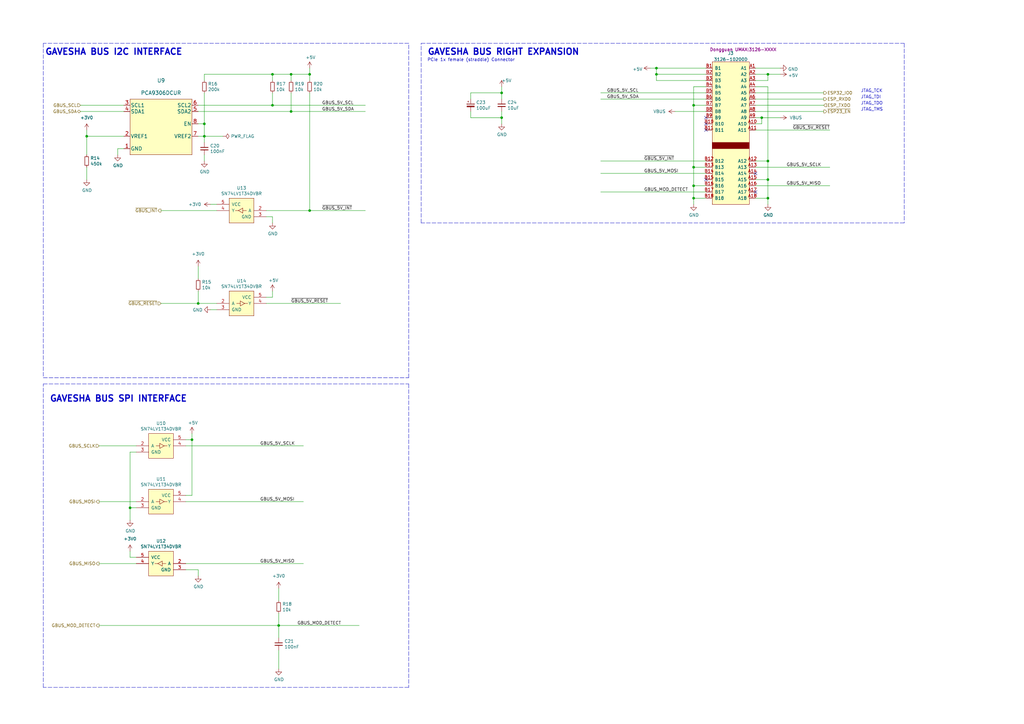
<source format=kicad_sch>
(kicad_sch (version 20211123) (generator eeschema)

  (uuid ef053039-a041-4fdf-bc52-723b3de14360)

  (paper "A3")

  (lib_symbols
    (symbol "Device:C_Small" (pin_numbers hide) (pin_names (offset 0.254) hide) (in_bom yes) (on_board yes)
      (property "Reference" "C" (id 0) (at 0.254 1.778 0)
        (effects (font (size 1.27 1.27)) (justify left))
      )
      (property "Value" "C_Small" (id 1) (at 0.254 -2.032 0)
        (effects (font (size 1.27 1.27)) (justify left))
      )
      (property "Footprint" "" (id 2) (at 0 0 0)
        (effects (font (size 1.27 1.27)) hide)
      )
      (property "Datasheet" "~" (id 3) (at 0 0 0)
        (effects (font (size 1.27 1.27)) hide)
      )
      (property "ki_keywords" "capacitor cap" (id 4) (at 0 0 0)
        (effects (font (size 1.27 1.27)) hide)
      )
      (property "ki_description" "Unpolarized capacitor, small symbol" (id 5) (at 0 0 0)
        (effects (font (size 1.27 1.27)) hide)
      )
      (property "ki_fp_filters" "C_*" (id 6) (at 0 0 0)
        (effects (font (size 1.27 1.27)) hide)
      )
      (symbol "C_Small_0_1"
        (polyline
          (pts
            (xy -1.524 -0.508)
            (xy 1.524 -0.508)
          )
          (stroke (width 0.3302) (type default) (color 0 0 0 0))
          (fill (type none))
        )
        (polyline
          (pts
            (xy -1.524 0.508)
            (xy 1.524 0.508)
          )
          (stroke (width 0.3048) (type default) (color 0 0 0 0))
          (fill (type none))
        )
      )
      (symbol "C_Small_1_1"
        (pin passive line (at 0 2.54 270) (length 2.032)
          (name "~" (effects (font (size 1.27 1.27))))
          (number "1" (effects (font (size 1.27 1.27))))
        )
        (pin passive line (at 0 -2.54 90) (length 2.032)
          (name "~" (effects (font (size 1.27 1.27))))
          (number "2" (effects (font (size 1.27 1.27))))
        )
      )
    )
    (symbol "Device:R_Small" (pin_numbers hide) (pin_names (offset 0.254) hide) (in_bom yes) (on_board yes)
      (property "Reference" "R" (id 0) (at 0.762 0.508 0)
        (effects (font (size 1.27 1.27)) (justify left))
      )
      (property "Value" "R_Small" (id 1) (at 0.762 -1.016 0)
        (effects (font (size 1.27 1.27)) (justify left))
      )
      (property "Footprint" "" (id 2) (at 0 0 0)
        (effects (font (size 1.27 1.27)) hide)
      )
      (property "Datasheet" "~" (id 3) (at 0 0 0)
        (effects (font (size 1.27 1.27)) hide)
      )
      (property "ki_keywords" "R resistor" (id 4) (at 0 0 0)
        (effects (font (size 1.27 1.27)) hide)
      )
      (property "ki_description" "Resistor, small symbol" (id 5) (at 0 0 0)
        (effects (font (size 1.27 1.27)) hide)
      )
      (property "ki_fp_filters" "R_*" (id 6) (at 0 0 0)
        (effects (font (size 1.27 1.27)) hide)
      )
      (symbol "R_Small_0_1"
        (rectangle (start -0.762 1.778) (end 0.762 -1.778)
          (stroke (width 0.2032) (type default) (color 0 0 0 0))
          (fill (type none))
        )
      )
      (symbol "R_Small_1_1"
        (pin passive line (at 0 2.54 270) (length 0.762)
          (name "~" (effects (font (size 1.27 1.27))))
          (number "1" (effects (font (size 1.27 1.27))))
        )
        (pin passive line (at 0 -2.54 90) (length 0.762)
          (name "~" (effects (font (size 1.27 1.27))))
          (number "2" (effects (font (size 1.27 1.27))))
        )
      )
    )
    (symbol "Dongguan_UMAX:3126-10200D" (pin_names (offset 1.016)) (in_bom yes) (on_board yes)
      (property "Reference" "J" (id 0) (at 0 35.56 0)
        (effects (font (size 1.27 1.27)))
      )
      (property "Value" "3126-10200D" (id 1) (at 0 33.02 0)
        (effects (font (size 1.27 1.27)))
      )
      (property "Footprint" "Dongguan UMAX:3126-XXXX" (id 2) (at 5.08 35.56 0)
        (effects (font (size 1.27 1.27)) hide)
      )
      (property "Datasheet" "" (id 3) (at 5.08 35.56 0)
        (effects (font (size 1.27 1.27)) hide)
      )
      (property "ki_description" "PCI Express x1 Connector, 1.0mm pitch, Stradle mount" (id 4) (at 0 0 0)
        (effects (font (size 1.27 1.27)) hide)
      )
      (symbol "3126-10200D_0_1"
        (rectangle (start -7.62 -2.54) (end 7.62 -5.08)
          (stroke (width 0) (type default) (color 0 0 0 0))
          (fill (type outline))
        )
        (rectangle (start -7.62 30.48) (end 7.62 -27.94)
          (stroke (width 0) (type default) (color 0 0 0 0))
          (fill (type background))
        )
      )
      (symbol "3126-10200D_1_1"
        (pin passive line (at 10.16 27.94 180) (length 2.54)
          (name "A1" (effects (font (size 1.27 1.27))))
          (number "A1" (effects (font (size 1.27 1.27))))
        )
        (pin passive line (at 10.16 5.08 180) (length 2.54)
          (name "A10" (effects (font (size 1.27 1.27))))
          (number "A10" (effects (font (size 1.27 1.27))))
        )
        (pin passive line (at 10.16 2.54 180) (length 2.54)
          (name "A11" (effects (font (size 1.27 1.27))))
          (number "A11" (effects (font (size 1.27 1.27))))
        )
        (pin passive line (at 10.16 -10.16 180) (length 2.54)
          (name "A12" (effects (font (size 1.27 1.27))))
          (number "A12" (effects (font (size 1.27 1.27))))
        )
        (pin passive line (at 10.16 -12.7 180) (length 2.54)
          (name "A13" (effects (font (size 1.27 1.27))))
          (number "A13" (effects (font (size 1.27 1.27))))
        )
        (pin passive line (at 10.16 -15.24 180) (length 2.54)
          (name "A14" (effects (font (size 1.27 1.27))))
          (number "A14" (effects (font (size 1.27 1.27))))
        )
        (pin passive line (at 10.16 -17.78 180) (length 2.54)
          (name "A15" (effects (font (size 1.27 1.27))))
          (number "A15" (effects (font (size 1.27 1.27))))
        )
        (pin passive line (at 10.16 -20.32 180) (length 2.54)
          (name "A16" (effects (font (size 1.27 1.27))))
          (number "A16" (effects (font (size 1.27 1.27))))
        )
        (pin passive line (at 10.16 -22.86 180) (length 2.54)
          (name "A17" (effects (font (size 1.27 1.27))))
          (number "A17" (effects (font (size 1.27 1.27))))
        )
        (pin passive line (at 10.16 -25.4 180) (length 2.54)
          (name "A18" (effects (font (size 1.27 1.27))))
          (number "A18" (effects (font (size 1.27 1.27))))
        )
        (pin passive line (at 10.16 25.4 180) (length 2.54)
          (name "A2" (effects (font (size 1.27 1.27))))
          (number "A2" (effects (font (size 1.27 1.27))))
        )
        (pin passive line (at 10.16 22.86 180) (length 2.54)
          (name "A3" (effects (font (size 1.27 1.27))))
          (number "A3" (effects (font (size 1.27 1.27))))
        )
        (pin passive line (at 10.16 20.32 180) (length 2.54)
          (name "A4" (effects (font (size 1.27 1.27))))
          (number "A4" (effects (font (size 1.27 1.27))))
        )
        (pin passive line (at 10.16 17.78 180) (length 2.54)
          (name "A5" (effects (font (size 1.27 1.27))))
          (number "A5" (effects (font (size 1.27 1.27))))
        )
        (pin passive line (at 10.16 15.24 180) (length 2.54)
          (name "A6" (effects (font (size 1.27 1.27))))
          (number "A6" (effects (font (size 1.27 1.27))))
        )
        (pin passive line (at 10.16 12.7 180) (length 2.54)
          (name "A7" (effects (font (size 1.27 1.27))))
          (number "A7" (effects (font (size 1.27 1.27))))
        )
        (pin passive line (at 10.16 10.16 180) (length 2.54)
          (name "A8" (effects (font (size 1.27 1.27))))
          (number "A8" (effects (font (size 1.27 1.27))))
        )
        (pin passive line (at 10.16 7.62 180) (length 2.54)
          (name "A9" (effects (font (size 1.27 1.27))))
          (number "A9" (effects (font (size 1.27 1.27))))
        )
        (pin passive line (at -10.16 27.94 0) (length 2.54)
          (name "B1" (effects (font (size 1.27 1.27))))
          (number "B1" (effects (font (size 1.27 1.27))))
        )
        (pin passive line (at -10.16 5.08 0) (length 2.54)
          (name "B10" (effects (font (size 1.27 1.27))))
          (number "B10" (effects (font (size 1.27 1.27))))
        )
        (pin passive line (at -10.16 2.54 0) (length 2.54)
          (name "B11" (effects (font (size 1.27 1.27))))
          (number "B11" (effects (font (size 1.27 1.27))))
        )
        (pin passive line (at -10.16 -10.16 0) (length 2.54)
          (name "B12" (effects (font (size 1.27 1.27))))
          (number "B12" (effects (font (size 1.27 1.27))))
        )
        (pin passive line (at -10.16 -12.7 0) (length 2.54)
          (name "B13" (effects (font (size 1.27 1.27))))
          (number "B13" (effects (font (size 1.27 1.27))))
        )
        (pin passive line (at -10.16 -15.24 0) (length 2.54)
          (name "B14" (effects (font (size 1.27 1.27))))
          (number "B14" (effects (font (size 1.27 1.27))))
        )
        (pin passive line (at -10.16 -17.78 0) (length 2.54)
          (name "B15" (effects (font (size 1.27 1.27))))
          (number "B15" (effects (font (size 1.27 1.27))))
        )
        (pin passive line (at -10.16 -20.32 0) (length 2.54)
          (name "B16" (effects (font (size 1.27 1.27))))
          (number "B16" (effects (font (size 1.27 1.27))))
        )
        (pin passive line (at -10.16 -22.86 0) (length 2.54)
          (name "B17" (effects (font (size 1.27 1.27))))
          (number "B17" (effects (font (size 1.27 1.27))))
        )
        (pin passive line (at -10.16 -25.4 0) (length 2.54)
          (name "B18" (effects (font (size 1.27 1.27))))
          (number "B18" (effects (font (size 1.27 1.27))))
        )
        (pin passive line (at -10.16 25.4 0) (length 2.54)
          (name "B2" (effects (font (size 1.27 1.27))))
          (number "B2" (effects (font (size 1.27 1.27))))
        )
        (pin passive line (at -10.16 22.86 0) (length 2.54)
          (name "B3" (effects (font (size 1.27 1.27))))
          (number "B3" (effects (font (size 1.27 1.27))))
        )
        (pin passive line (at -10.16 20.32 0) (length 2.54)
          (name "B4" (effects (font (size 1.27 1.27))))
          (number "B4" (effects (font (size 1.27 1.27))))
        )
        (pin passive line (at -10.16 17.78 0) (length 2.54)
          (name "B5" (effects (font (size 1.27 1.27))))
          (number "B5" (effects (font (size 1.27 1.27))))
        )
        (pin passive line (at -10.16 15.24 0) (length 2.54)
          (name "B6" (effects (font (size 1.27 1.27))))
          (number "B6" (effects (font (size 1.27 1.27))))
        )
        (pin passive line (at -10.16 12.7 0) (length 2.54)
          (name "B7" (effects (font (size 1.27 1.27))))
          (number "B7" (effects (font (size 1.27 1.27))))
        )
        (pin passive line (at -10.16 10.16 0) (length 2.54)
          (name "B8" (effects (font (size 1.27 1.27))))
          (number "B8" (effects (font (size 1.27 1.27))))
        )
        (pin passive line (at -10.16 7.62 0) (length 2.54)
          (name "B9" (effects (font (size 1.27 1.27))))
          (number "B9" (effects (font (size 1.27 1.27))))
        )
      )
    )
    (symbol "G_BOARD_V0.3-rescue:CP_Small-Device" (pin_numbers hide) (pin_names (offset 0.254) hide) (in_bom yes) (on_board yes)
      (property "Reference" "C" (id 0) (at 0.254 1.778 0)
        (effects (font (size 1.27 1.27)) (justify left))
      )
      (property "Value" "CP_Small-Device" (id 1) (at 0.254 -2.032 0)
        (effects (font (size 1.27 1.27)) (justify left))
      )
      (property "Footprint" "" (id 2) (at 0 0 0)
        (effects (font (size 1.27 1.27)) hide)
      )
      (property "Datasheet" "" (id 3) (at 0 0 0)
        (effects (font (size 1.27 1.27)) hide)
      )
      (property "ki_fp_filters" "CP_*" (id 4) (at 0 0 0)
        (effects (font (size 1.27 1.27)) hide)
      )
      (symbol "CP_Small-Device_0_1"
        (rectangle (start -1.524 -0.3048) (end 1.524 -0.6858)
          (stroke (width 0) (type default) (color 0 0 0 0))
          (fill (type outline))
        )
        (rectangle (start -1.524 0.6858) (end 1.524 0.3048)
          (stroke (width 0) (type default) (color 0 0 0 0))
          (fill (type none))
        )
        (polyline
          (pts
            (xy -1.27 1.524)
            (xy -0.762 1.524)
          )
          (stroke (width 0) (type default) (color 0 0 0 0))
          (fill (type none))
        )
        (polyline
          (pts
            (xy -1.016 1.27)
            (xy -1.016 1.778)
          )
          (stroke (width 0) (type default) (color 0 0 0 0))
          (fill (type none))
        )
      )
      (symbol "CP_Small-Device_1_1"
        (pin passive line (at 0 2.54 270) (length 1.8542)
          (name "~" (effects (font (size 1.27 1.27))))
          (number "1" (effects (font (size 1.27 1.27))))
        )
        (pin passive line (at 0 -2.54 90) (length 1.8542)
          (name "~" (effects (font (size 1.27 1.27))))
          (number "2" (effects (font (size 1.27 1.27))))
        )
      )
    )
    (symbol "G_BOARD_V0.3-rescue:PCA9306DCUR-Texas_Interface_I2C" (pin_names (offset 0.254)) (in_bom yes) (on_board yes)
      (property "Reference" "U" (id 0) (at 0 15.24 0)
        (effects (font (size 1.524 1.524)))
      )
      (property "Value" "PCA9306DCUR-Texas_Interface_I2C" (id 1) (at 0 12.7 0)
        (effects (font (size 1.524 1.524)))
      )
      (property "Footprint" "Texas_Instruments:PCA9306DCUR" (id 2) (at 0 11.176 0)
        (effects (font (size 1.524 1.524)) hide)
      )
      (property "Datasheet" "" (id 3) (at -33.02 5.08 0)
        (effects (font (size 1.524 1.524)))
      )
      (property "ki_fp_filters" "DCU8 DCU8-M DCU8-L" (id 4) (at 0 0 0)
        (effects (font (size 1.27 1.27)) hide)
      )
      (symbol "PCA9306DCUR-Texas_Interface_I2C_1_1"
        (rectangle (start -12.7 10.16) (end 12.7 -12.7)
          (stroke (width 0) (type default) (color 0 0 0 0))
          (fill (type background))
        )
        (pin power_in line (at -15.24 -10.16 0) (length 2.54)
          (name "GND" (effects (font (size 1.4986 1.4986))))
          (number "1" (effects (font (size 1.4986 1.4986))))
        )
        (pin power_in line (at -15.24 -5.08 0) (length 2.54)
          (name "VREF1" (effects (font (size 1.4986 1.4986))))
          (number "2" (effects (font (size 1.4986 1.4986))))
        )
        (pin bidirectional line (at -15.24 7.62 0) (length 2.54)
          (name "SCL1" (effects (font (size 1.4986 1.4986))))
          (number "3" (effects (font (size 1.4986 1.4986))))
        )
        (pin bidirectional line (at -15.24 5.08 0) (length 2.54)
          (name "SDA1" (effects (font (size 1.4986 1.4986))))
          (number "4" (effects (font (size 1.4986 1.4986))))
        )
        (pin bidirectional line (at 15.24 5.08 180) (length 2.54)
          (name "SDA2" (effects (font (size 1.4986 1.4986))))
          (number "5" (effects (font (size 1.4986 1.4986))))
        )
        (pin bidirectional line (at 15.24 7.62 180) (length 2.54)
          (name "SCL2" (effects (font (size 1.4986 1.4986))))
          (number "6" (effects (font (size 1.4986 1.4986))))
        )
        (pin power_in line (at 15.24 -5.08 180) (length 2.54)
          (name "VREF2" (effects (font (size 1.4986 1.4986))))
          (number "7" (effects (font (size 1.4986 1.4986))))
        )
        (pin input line (at 15.24 0 180) (length 2.54)
          (name "EN" (effects (font (size 1.4986 1.4986))))
          (number "8" (effects (font (size 1.4986 1.4986))))
        )
      )
    )
    (symbol "G_BOARD_V0.3-rescue:SN74LV1T34DVBR-Texas_Interface_Level_Translate" (pin_names (offset 1.016)) (in_bom yes) (on_board yes)
      (property "Reference" "U" (id 0) (at 7.62 10.16 0)
        (effects (font (size 1.27 1.27)))
      )
      (property "Value" "SN74LV1T34DVBR-Texas_Interface_Level_Translate" (id 1) (at 2.54 7.62 0)
        (effects (font (size 1.27 1.27)))
      )
      (property "Footprint" "Package_TO_SOT_SMD:SOT-23-5" (id 2) (at 0 2.54 0)
        (effects (font (size 1.27 1.27)) hide)
      )
      (property "Datasheet" "" (id 3) (at 0 2.54 0)
        (effects (font (size 1.27 1.27)) hide)
      )
      (symbol "SN74LV1T34DVBR-Texas_Interface_Level_Translate_0_1"
        (rectangle (start -5.08 5.08) (end 5.08 -5.08)
          (stroke (width 0) (type default) (color 0 0 0 0))
          (fill (type background))
        )
        (polyline
          (pts
            (xy -0.508 0)
            (xy -2.032 0)
          )
          (stroke (width 0) (type default) (color 0 0 0 0))
          (fill (type none))
        )
        (polyline
          (pts
            (xy -0.508 1.016)
            (xy -0.508 -1.016)
          )
          (stroke (width 0) (type default) (color 0 0 0 0))
          (fill (type none))
        )
        (polyline
          (pts
            (xy -0.508 1.016)
            (xy 1.27 0)
          )
          (stroke (width 0) (type default) (color 0 0 0 0))
          (fill (type none))
        )
        (polyline
          (pts
            (xy 1.27 0)
            (xy 2.54 0)
          )
          (stroke (width 0) (type default) (color 0 0 0 0))
          (fill (type none))
        )
      )
      (symbol "SN74LV1T34DVBR-Texas_Interface_Level_Translate_1_1"
        (polyline
          (pts
            (xy 1.27 0)
            (xy -0.508 -1.016)
          )
          (stroke (width 0) (type default) (color 0 0 0 0))
          (fill (type none))
        )
        (pin no_connect line (at -10.16 2.54 0) (length 5.08) hide
          (name "NC" (effects (font (size 1.27 1.27))))
          (number "1" (effects (font (size 1.27 1.27))))
        )
        (pin input line (at -10.16 0 0) (length 5.08)
          (name "A" (effects (font (size 1.27 1.27))))
          (number "2" (effects (font (size 1.27 1.27))))
        )
        (pin power_in line (at -10.16 -2.54 0) (length 5.08)
          (name "GND" (effects (font (size 1.27 1.27))))
          (number "3" (effects (font (size 1.27 1.27))))
        )
        (pin output line (at 10.16 0 180) (length 5.08)
          (name "Y" (effects (font (size 1.27 1.27))))
          (number "4" (effects (font (size 1.27 1.27))))
        )
        (pin power_in line (at 10.16 2.54 180) (length 5.08)
          (name "VCC" (effects (font (size 1.27 1.27))))
          (number "5" (effects (font (size 1.27 1.27))))
        )
      )
    )
    (symbol "power:+3V0" (power) (pin_names (offset 0)) (in_bom yes) (on_board yes)
      (property "Reference" "#PWR" (id 0) (at 0 -3.81 0)
        (effects (font (size 1.27 1.27)) hide)
      )
      (property "Value" "+3V0" (id 1) (at 0 3.556 0)
        (effects (font (size 1.27 1.27)))
      )
      (property "Footprint" "" (id 2) (at 0 0 0)
        (effects (font (size 1.27 1.27)) hide)
      )
      (property "Datasheet" "" (id 3) (at 0 0 0)
        (effects (font (size 1.27 1.27)) hide)
      )
      (property "ki_keywords" "power-flag" (id 4) (at 0 0 0)
        (effects (font (size 1.27 1.27)) hide)
      )
      (property "ki_description" "Power symbol creates a global label with name \"+3V0\"" (id 5) (at 0 0 0)
        (effects (font (size 1.27 1.27)) hide)
      )
      (symbol "+3V0_0_1"
        (polyline
          (pts
            (xy -0.762 1.27)
            (xy 0 2.54)
          )
          (stroke (width 0) (type default) (color 0 0 0 0))
          (fill (type none))
        )
        (polyline
          (pts
            (xy 0 0)
            (xy 0 2.54)
          )
          (stroke (width 0) (type default) (color 0 0 0 0))
          (fill (type none))
        )
        (polyline
          (pts
            (xy 0 2.54)
            (xy 0.762 1.27)
          )
          (stroke (width 0) (type default) (color 0 0 0 0))
          (fill (type none))
        )
      )
      (symbol "+3V0_1_1"
        (pin power_in line (at 0 0 90) (length 0) hide
          (name "+3V0" (effects (font (size 1.27 1.27))))
          (number "1" (effects (font (size 1.27 1.27))))
        )
      )
    )
    (symbol "power:+5V" (power) (pin_names (offset 0)) (in_bom yes) (on_board yes)
      (property "Reference" "#PWR" (id 0) (at 0 -3.81 0)
        (effects (font (size 1.27 1.27)) hide)
      )
      (property "Value" "+5V" (id 1) (at 0 3.556 0)
        (effects (font (size 1.27 1.27)))
      )
      (property "Footprint" "" (id 2) (at 0 0 0)
        (effects (font (size 1.27 1.27)) hide)
      )
      (property "Datasheet" "" (id 3) (at 0 0 0)
        (effects (font (size 1.27 1.27)) hide)
      )
      (property "ki_keywords" "power-flag" (id 4) (at 0 0 0)
        (effects (font (size 1.27 1.27)) hide)
      )
      (property "ki_description" "Power symbol creates a global label with name \"+5V\"" (id 5) (at 0 0 0)
        (effects (font (size 1.27 1.27)) hide)
      )
      (symbol "+5V_0_1"
        (polyline
          (pts
            (xy -0.762 1.27)
            (xy 0 2.54)
          )
          (stroke (width 0) (type default) (color 0 0 0 0))
          (fill (type none))
        )
        (polyline
          (pts
            (xy 0 0)
            (xy 0 2.54)
          )
          (stroke (width 0) (type default) (color 0 0 0 0))
          (fill (type none))
        )
        (polyline
          (pts
            (xy 0 2.54)
            (xy 0.762 1.27)
          )
          (stroke (width 0) (type default) (color 0 0 0 0))
          (fill (type none))
        )
      )
      (symbol "+5V_1_1"
        (pin power_in line (at 0 0 90) (length 0) hide
          (name "+5V" (effects (font (size 1.27 1.27))))
          (number "1" (effects (font (size 1.27 1.27))))
        )
      )
    )
    (symbol "power:GND" (power) (pin_names (offset 0)) (in_bom yes) (on_board yes)
      (property "Reference" "#PWR" (id 0) (at 0 -6.35 0)
        (effects (font (size 1.27 1.27)) hide)
      )
      (property "Value" "GND" (id 1) (at 0 -3.81 0)
        (effects (font (size 1.27 1.27)))
      )
      (property "Footprint" "" (id 2) (at 0 0 0)
        (effects (font (size 1.27 1.27)) hide)
      )
      (property "Datasheet" "" (id 3) (at 0 0 0)
        (effects (font (size 1.27 1.27)) hide)
      )
      (property "ki_keywords" "power-flag" (id 4) (at 0 0 0)
        (effects (font (size 1.27 1.27)) hide)
      )
      (property "ki_description" "Power symbol creates a global label with name \"GND\" , ground" (id 5) (at 0 0 0)
        (effects (font (size 1.27 1.27)) hide)
      )
      (symbol "GND_0_1"
        (polyline
          (pts
            (xy 0 0)
            (xy 0 -1.27)
            (xy 1.27 -1.27)
            (xy 0 -2.54)
            (xy -1.27 -1.27)
            (xy 0 -1.27)
          )
          (stroke (width 0) (type default) (color 0 0 0 0))
          (fill (type none))
        )
      )
      (symbol "GND_1_1"
        (pin power_in line (at 0 0 270) (length 0) hide
          (name "GND" (effects (font (size 1.27 1.27))))
          (number "1" (effects (font (size 1.27 1.27))))
        )
      )
    )
    (symbol "power:PWR_FLAG" (power) (pin_numbers hide) (pin_names (offset 0) hide) (in_bom yes) (on_board yes)
      (property "Reference" "#FLG" (id 0) (at 0 1.905 0)
        (effects (font (size 1.27 1.27)) hide)
      )
      (property "Value" "PWR_FLAG" (id 1) (at 0 3.81 0)
        (effects (font (size 1.27 1.27)))
      )
      (property "Footprint" "" (id 2) (at 0 0 0)
        (effects (font (size 1.27 1.27)) hide)
      )
      (property "Datasheet" "~" (id 3) (at 0 0 0)
        (effects (font (size 1.27 1.27)) hide)
      )
      (property "ki_keywords" "power-flag" (id 4) (at 0 0 0)
        (effects (font (size 1.27 1.27)) hide)
      )
      (property "ki_description" "Special symbol for telling ERC where power comes from" (id 5) (at 0 0 0)
        (effects (font (size 1.27 1.27)) hide)
      )
      (symbol "PWR_FLAG_0_0"
        (pin power_out line (at 0 0 90) (length 0)
          (name "pwr" (effects (font (size 1.27 1.27))))
          (number "1" (effects (font (size 1.27 1.27))))
        )
      )
      (symbol "PWR_FLAG_0_1"
        (polyline
          (pts
            (xy 0 0)
            (xy 0 1.27)
            (xy -1.016 1.905)
            (xy 0 2.54)
            (xy 1.016 1.905)
            (xy 0 1.27)
          )
          (stroke (width 0) (type default) (color 0 0 0 0))
          (fill (type none))
        )
      )
    )
    (symbol "power:VBUS" (power) (pin_names (offset 0)) (in_bom yes) (on_board yes)
      (property "Reference" "#PWR" (id 0) (at 0 -3.81 0)
        (effects (font (size 1.27 1.27)) hide)
      )
      (property "Value" "VBUS" (id 1) (at 0 3.81 0)
        (effects (font (size 1.27 1.27)))
      )
      (property "Footprint" "" (id 2) (at 0 0 0)
        (effects (font (size 1.27 1.27)) hide)
      )
      (property "Datasheet" "" (id 3) (at 0 0 0)
        (effects (font (size 1.27 1.27)) hide)
      )
      (property "ki_keywords" "power-flag" (id 4) (at 0 0 0)
        (effects (font (size 1.27 1.27)) hide)
      )
      (property "ki_description" "Power symbol creates a global label with name \"VBUS\"" (id 5) (at 0 0 0)
        (effects (font (size 1.27 1.27)) hide)
      )
      (symbol "VBUS_0_1"
        (polyline
          (pts
            (xy -0.762 1.27)
            (xy 0 2.54)
          )
          (stroke (width 0) (type default) (color 0 0 0 0))
          (fill (type none))
        )
        (polyline
          (pts
            (xy 0 0)
            (xy 0 2.54)
          )
          (stroke (width 0) (type default) (color 0 0 0 0))
          (fill (type none))
        )
        (polyline
          (pts
            (xy 0 2.54)
            (xy 0.762 1.27)
          )
          (stroke (width 0) (type default) (color 0 0 0 0))
          (fill (type none))
        )
      )
      (symbol "VBUS_1_1"
        (pin power_in line (at 0 0 90) (length 0) hide
          (name "VBUS" (effects (font (size 1.27 1.27))))
          (number "1" (effects (font (size 1.27 1.27))))
        )
      )
    )
  )


  (junction (at 35.56 55.88) (diameter 0) (color 0 0 0 0)
    (uuid 0752d078-0b2e-4bd7-81b5-c9715058d572)
  )
  (junction (at 114.3 256.54) (diameter 0) (color 0 0 0 0)
    (uuid 1bd1c196-6f13-4eeb-86a2-e9bfdb1d2285)
  )
  (junction (at 78.74 180.34) (diameter 0) (color 0 0 0 0)
    (uuid 3670809d-345d-43c3-b933-182a68891996)
  )
  (junction (at 269.24 27.94) (diameter 0) (color 0 0 0 0)
    (uuid 371d52cd-230b-4b95-b6aa-8cafcf00ef51)
  )
  (junction (at 284.48 81.28) (diameter 0) (color 0 0 0 0)
    (uuid 43481ad2-df08-423a-bed0-0f121a2064d1)
  )
  (junction (at 127 86.36) (diameter 0) (color 0 0 0 0)
    (uuid 43f0b881-2975-4da7-b599-f755c03c25d7)
  )
  (junction (at 83.82 50.8) (diameter 0) (color 0 0 0 0)
    (uuid 4b138b83-7cc3-41b4-8d14-004d33cd0544)
  )
  (junction (at 284.48 76.2) (diameter 0) (color 0 0 0 0)
    (uuid 5da51937-45d6-4797-bbe1-f07a30284939)
  )
  (junction (at 314.96 73.66) (diameter 0) (color 0 0 0 0)
    (uuid 5e11f246-8ba5-4472-b6bc-5ea3f4e24688)
  )
  (junction (at 119.38 30.48) (diameter 0) (color 0 0 0 0)
    (uuid 6078e0c3-6150-4715-88c0-a2b7b1e7feff)
  )
  (junction (at 205.74 48.26) (diameter 0) (color 0 0 0 0)
    (uuid 63ec6aa9-c332-4e93-bdf8-e86e3226efff)
  )
  (junction (at 81.28 124.46) (diameter 0) (color 0 0 0 0)
    (uuid 660c9472-9433-4cd6-9cdf-15ee235b6799)
  )
  (junction (at 111.76 30.48) (diameter 0) (color 0 0 0 0)
    (uuid 6eed02c1-1695-4b10-a029-504248bd5de0)
  )
  (junction (at 83.82 55.88) (diameter 0) (color 0 0 0 0)
    (uuid 72805052-0281-4821-8958-ba5d52d182f3)
  )
  (junction (at 127 30.48) (diameter 0) (color 0 0 0 0)
    (uuid 789ec9b0-6a9d-4d7b-94b0-1c0ee4547834)
  )
  (junction (at 314.96 81.28) (diameter 0) (color 0 0 0 0)
    (uuid 845c7ae5-4216-41d0-987f-030b12d53ac7)
  )
  (junction (at 205.74 38.1) (diameter 0) (color 0 0 0 0)
    (uuid a11f01b5-bf50-4f0a-889e-38824d4853c8)
  )
  (junction (at 284.48 68.58) (diameter 0) (color 0 0 0 0)
    (uuid c0d4e74e-d414-4d6c-bf59-2a1133e89a2e)
  )
  (junction (at 314.96 66.04) (diameter 0) (color 0 0 0 0)
    (uuid cd4f46b1-bc1d-4d64-a71e-2b5a8fab9d4a)
  )
  (junction (at 312.42 48.26) (diameter 0) (color 0 0 0 0)
    (uuid d4faa073-b365-42ce-91a3-484164af6249)
  )
  (junction (at 53.34 208.28) (diameter 0) (color 0 0 0 0)
    (uuid d63e8d4a-342e-4373-a9ef-e992ced71c66)
  )
  (junction (at 284.48 43.18) (diameter 0) (color 0 0 0 0)
    (uuid e0bb494b-4704-4ace-a0e9-dee0ae97ae4f)
  )
  (junction (at 269.24 30.48) (diameter 0) (color 0 0 0 0)
    (uuid e48c0d5c-759f-4d93-bafe-05e991e57536)
  )
  (junction (at 119.38 45.72) (diameter 0) (color 0 0 0 0)
    (uuid eaef9b18-e8ea-4ba7-8211-6474b9e45db9)
  )
  (junction (at 111.76 43.18) (diameter 0) (color 0 0 0 0)
    (uuid ee38ca19-1a85-4ecd-9840-eac1ab21fac5)
  )
  (junction (at 314.96 30.48) (diameter 0) (color 0 0 0 0)
    (uuid fd2f2088-23a6-45d0-976f-4412e92f0346)
  )

  (no_connect (at 289.56 53.34) (uuid 4d1fe00f-1a8f-427b-aa38-f1ad14741521))
  (no_connect (at 289.56 73.66) (uuid 718ffaf7-d564-4e3e-b248-616482c0a5f1))
  (no_connect (at 289.56 48.26) (uuid a62fb1ef-9b0d-4b51-8e39-dc3f5587d057))
  (no_connect (at 309.88 78.74) (uuid ab5cca49-b16d-4a7b-a618-6b322d0c83d1))
  (no_connect (at 309.88 71.12) (uuid e06e487c-d31f-4938-bfc5-3cadfce3c1d4))
  (no_connect (at 289.56 50.8) (uuid fc784543-e2c6-43d8-94e5-47b5ec910c6f))

  (wire (pts (xy 309.88 76.2) (xy 340.36 76.2))
    (stroke (width 0) (type default) (color 0 0 0 0))
    (uuid 0161dcab-c7f4-4ab5-a7d0-d8b5505a869a)
  )
  (wire (pts (xy 114.3 256.54) (xy 147.32 256.54))
    (stroke (width 0) (type default) (color 0 0 0 0))
    (uuid 03ceeb46-95f8-4601-86a5-ef4d25e2c303)
  )
  (wire (pts (xy 193.04 48.26) (xy 205.74 48.26))
    (stroke (width 0) (type default) (color 0 0 0 0))
    (uuid 069ee298-eb2a-479c-a5dd-027316389484)
  )
  (wire (pts (xy 312.42 48.26) (xy 320.04 48.26))
    (stroke (width 0) (type default) (color 0 0 0 0))
    (uuid 07e09e01-b15d-4ade-b8fe-369a050c2e00)
  )
  (wire (pts (xy 48.26 60.96) (xy 50.8 60.96))
    (stroke (width 0) (type default) (color 0 0 0 0))
    (uuid 09a680bb-1deb-4b60-a3a8-b8ea44176e2a)
  )
  (wire (pts (xy 289.56 43.18) (xy 284.48 43.18))
    (stroke (width 0) (type default) (color 0 0 0 0))
    (uuid 09db5301-66b2-4771-bbc0-6a4be2ae1ba9)
  )
  (wire (pts (xy 109.22 124.46) (xy 139.7 124.46))
    (stroke (width 0) (type default) (color 0 0 0 0))
    (uuid 0d83a97a-2616-4615-a1ad-0ef3eab057ab)
  )
  (wire (pts (xy 314.96 30.48) (xy 320.04 30.48))
    (stroke (width 0) (type default) (color 0 0 0 0))
    (uuid 0e2fece5-5120-4b81-a85e-996af5b1da1f)
  )
  (wire (pts (xy 193.04 40.64) (xy 193.04 38.1))
    (stroke (width 0) (type default) (color 0 0 0 0))
    (uuid 10043a32-0dcd-4786-90b8-b6e8e8b45682)
  )
  (wire (pts (xy 284.48 68.58) (xy 284.48 76.2))
    (stroke (width 0) (type default) (color 0 0 0 0))
    (uuid 1081c86b-baa5-4d61-9a70-45b95c872bd4)
  )
  (wire (pts (xy 81.28 109.22) (xy 81.28 114.3))
    (stroke (width 0) (type default) (color 0 0 0 0))
    (uuid 10889f55-8444-4ade-9458-897f4a5c3677)
  )
  (wire (pts (xy 246.38 78.74) (xy 289.56 78.74))
    (stroke (width 0) (type default) (color 0 0 0 0))
    (uuid 11f99d10-e1df-46a8-912b-b4edc1a6f76b)
  )
  (wire (pts (xy 35.56 73.66) (xy 35.56 68.58))
    (stroke (width 0) (type default) (color 0 0 0 0))
    (uuid 11fbca2b-d3e0-407a-bd52-d07e45811980)
  )
  (wire (pts (xy 284.48 81.28) (xy 284.48 76.2))
    (stroke (width 0) (type default) (color 0 0 0 0))
    (uuid 1594840e-a012-4dd8-beab-e6b98734eb57)
  )
  (wire (pts (xy 53.34 226.06) (xy 53.34 228.6))
    (stroke (width 0) (type default) (color 0 0 0 0))
    (uuid 173b4a52-4fe9-44b2-93c7-d8b26b037df3)
  )
  (wire (pts (xy 269.24 33.02) (xy 289.56 33.02))
    (stroke (width 0) (type default) (color 0 0 0 0))
    (uuid 1783c096-510a-4b46-b160-0fcc94dab8ab)
  )
  (wire (pts (xy 53.34 228.6) (xy 55.88 228.6))
    (stroke (width 0) (type default) (color 0 0 0 0))
    (uuid 1cea570e-feff-4861-a03a-ae8228ce5f6a)
  )
  (wire (pts (xy 83.82 58.42) (xy 83.82 55.88))
    (stroke (width 0) (type default) (color 0 0 0 0))
    (uuid 1d0d0d13-cede-4bd3-87f3-56f3e37f9426)
  )
  (polyline (pts (xy 370.84 91.44) (xy 172.72 91.44))
    (stroke (width 0) (type default) (color 0 0 0 0))
    (uuid 1f9fd5df-0054-451a-a613-40b223d90391)
  )

  (wire (pts (xy 309.88 73.66) (xy 314.96 73.66))
    (stroke (width 0) (type default) (color 0 0 0 0))
    (uuid 232d34e9-7739-4c17-a9dc-426ec565a85f)
  )
  (wire (pts (xy 309.88 43.18) (xy 337.82 43.18))
    (stroke (width 0) (type default) (color 0 0 0 0))
    (uuid 24d978ca-03be-4c8d-a5c6-3a7ff8f56155)
  )
  (wire (pts (xy 284.48 68.58) (xy 289.56 68.58))
    (stroke (width 0) (type default) (color 0 0 0 0))
    (uuid 26b31e60-0b58-47ad-a977-f244f19f43af)
  )
  (wire (pts (xy 205.74 35.56) (xy 205.74 38.1))
    (stroke (width 0) (type default) (color 0 0 0 0))
    (uuid 28e9910b-112e-4f97-959b-3c79d26c188f)
  )
  (wire (pts (xy 81.28 233.68) (xy 81.28 236.22))
    (stroke (width 0) (type default) (color 0 0 0 0))
    (uuid 2a15b052-3e2e-4393-bd09-f1644c64759a)
  )
  (wire (pts (xy 33.02 43.18) (xy 50.8 43.18))
    (stroke (width 0) (type default) (color 0 0 0 0))
    (uuid 2a6df38c-7427-46a9-b145-9c2f40a97624)
  )
  (wire (pts (xy 269.24 33.02) (xy 269.24 30.48))
    (stroke (width 0) (type default) (color 0 0 0 0))
    (uuid 2c6e10a7-249f-41bb-8e72-31102773cb25)
  )
  (wire (pts (xy 111.76 43.18) (xy 149.86 43.18))
    (stroke (width 0) (type default) (color 0 0 0 0))
    (uuid 2ca0748f-5114-45c6-bf0c-a01ee7391ea1)
  )
  (wire (pts (xy 309.88 68.58) (xy 340.36 68.58))
    (stroke (width 0) (type default) (color 0 0 0 0))
    (uuid 2fda106c-4c11-400e-9a5f-89e91b659984)
  )
  (polyline (pts (xy 167.64 17.78) (xy 17.78 17.78))
    (stroke (width 0) (type default) (color 0 0 0 0))
    (uuid 31b5a6b5-fe55-4047-b4bb-17be7c47bc1a)
  )

  (wire (pts (xy 88.9 124.46) (xy 81.28 124.46))
    (stroke (width 0) (type default) (color 0 0 0 0))
    (uuid 340b728c-27f0-452c-b792-4ba80e09e574)
  )
  (wire (pts (xy 76.2 231.14) (xy 124.46 231.14))
    (stroke (width 0) (type default) (color 0 0 0 0))
    (uuid 37b49429-8597-4b6b-8156-e0da0ed0880e)
  )
  (polyline (pts (xy 17.78 157.48) (xy 167.64 157.48))
    (stroke (width 0) (type default) (color 0 0 0 0))
    (uuid 3843eda5-f0e3-493b-a8be-4303df7f9ef5)
  )
  (polyline (pts (xy 17.78 281.94) (xy 17.78 157.48))
    (stroke (width 0) (type default) (color 0 0 0 0))
    (uuid 394556c7-45ee-44f8-a0ce-0b081a071311)
  )

  (wire (pts (xy 78.74 203.2) (xy 78.74 180.34))
    (stroke (width 0) (type default) (color 0 0 0 0))
    (uuid 3952fcc5-d39c-438f-af69-3ab2fe53ec45)
  )
  (wire (pts (xy 314.96 66.04) (xy 314.96 73.66))
    (stroke (width 0) (type default) (color 0 0 0 0))
    (uuid 3e606bba-3a14-4df2-b26f-898cf96398e6)
  )
  (wire (pts (xy 111.76 119.38) (xy 111.76 121.92))
    (stroke (width 0) (type default) (color 0 0 0 0))
    (uuid 3e6b12db-309b-4c63-8b79-79530b40d54a)
  )
  (wire (pts (xy 76.2 182.88) (xy 124.46 182.88))
    (stroke (width 0) (type default) (color 0 0 0 0))
    (uuid 3e9489ee-4891-4cf2-9e86-7e02e1665c70)
  )
  (polyline (pts (xy 17.78 154.94) (xy 167.64 154.94))
    (stroke (width 0) (type default) (color 0 0 0 0))
    (uuid 3fb26e67-7e65-4625-8ac4-7d7f384b33b8)
  )

  (wire (pts (xy 309.88 53.34) (xy 340.36 53.34))
    (stroke (width 0) (type default) (color 0 0 0 0))
    (uuid 44556f6a-a7a3-4791-9326-872864c089c9)
  )
  (wire (pts (xy 205.74 45.72) (xy 205.74 48.26))
    (stroke (width 0) (type default) (color 0 0 0 0))
    (uuid 44f06f51-17fc-4066-8cb6-491c553f2431)
  )
  (wire (pts (xy 309.88 38.1) (xy 337.82 38.1))
    (stroke (width 0) (type default) (color 0 0 0 0))
    (uuid 46743e66-c3ee-47dd-8332-c10c89d2b5d3)
  )
  (wire (pts (xy 35.56 53.34) (xy 35.56 55.88))
    (stroke (width 0) (type default) (color 0 0 0 0))
    (uuid 48d85491-5f17-415d-b4cd-e1837aa6e984)
  )
  (wire (pts (xy 83.82 55.88) (xy 81.28 55.88))
    (stroke (width 0) (type default) (color 0 0 0 0))
    (uuid 494d5035-c70b-41c8-9a68-63cd346086c1)
  )
  (wire (pts (xy 309.88 33.02) (xy 314.96 33.02))
    (stroke (width 0) (type default) (color 0 0 0 0))
    (uuid 4963e287-0f92-41ab-ac61-f91a23c2aa65)
  )
  (wire (pts (xy 83.82 30.48) (xy 111.76 30.48))
    (stroke (width 0) (type default) (color 0 0 0 0))
    (uuid 4a324050-97c6-4640-af99-fc4f5b2de713)
  )
  (wire (pts (xy 88.9 86.36) (xy 66.04 86.36))
    (stroke (width 0) (type default) (color 0 0 0 0))
    (uuid 4b678944-3e6a-4ba6-8cce-ae34a26b1d9a)
  )
  (wire (pts (xy 114.3 251.46) (xy 114.3 256.54))
    (stroke (width 0) (type default) (color 0 0 0 0))
    (uuid 4dafe497-d4db-44a5-876c-de9868b80af7)
  )
  (wire (pts (xy 35.56 55.88) (xy 50.8 55.88))
    (stroke (width 0) (type default) (color 0 0 0 0))
    (uuid 4f9ec737-1b5d-4596-8e5e-2632ecfe5535)
  )
  (wire (pts (xy 111.76 30.48) (xy 119.38 30.48))
    (stroke (width 0) (type default) (color 0 0 0 0))
    (uuid 4fb6386e-76ed-4f8d-add8-378b0751dee2)
  )
  (wire (pts (xy 269.24 30.48) (xy 269.24 27.94))
    (stroke (width 0) (type default) (color 0 0 0 0))
    (uuid 51dacbb7-9599-4b10-a3ce-8f6ad210dc36)
  )
  (wire (pts (xy 109.22 86.36) (xy 127 86.36))
    (stroke (width 0) (type default) (color 0 0 0 0))
    (uuid 5377dcd9-02a4-400f-80f1-813014da95c6)
  )
  (wire (pts (xy 114.3 241.3) (xy 114.3 246.38))
    (stroke (width 0) (type default) (color 0 0 0 0))
    (uuid 556cc207-b53a-4bfc-bbff-d6d1148363ad)
  )
  (wire (pts (xy 205.74 40.64) (xy 205.74 38.1))
    (stroke (width 0) (type default) (color 0 0 0 0))
    (uuid 56842a4f-89b0-4624-bebd-cd1a6f3dd788)
  )
  (wire (pts (xy 309.88 81.28) (xy 314.96 81.28))
    (stroke (width 0) (type default) (color 0 0 0 0))
    (uuid 5a317158-2b69-45b1-9eef-bcf83bb41611)
  )
  (wire (pts (xy 193.04 48.26) (xy 193.04 45.72))
    (stroke (width 0) (type default) (color 0 0 0 0))
    (uuid 5a36b378-66c5-42ae-89c4-076cba1ccf4f)
  )
  (polyline (pts (xy 370.84 17.78) (xy 370.84 91.44))
    (stroke (width 0) (type default) (color 0 0 0 0))
    (uuid 5c61ddbb-1fdf-44ff-844e-47cbc515924f)
  )

  (wire (pts (xy 83.82 33.02) (xy 83.82 30.48))
    (stroke (width 0) (type default) (color 0 0 0 0))
    (uuid 5d019b79-800a-443c-8bc3-a5cb03e603a1)
  )
  (wire (pts (xy 111.76 33.02) (xy 111.76 30.48))
    (stroke (width 0) (type default) (color 0 0 0 0))
    (uuid 5d179995-dc93-4fbe-85f2-fad75a1262d3)
  )
  (wire (pts (xy 314.96 35.56) (xy 309.88 35.56))
    (stroke (width 0) (type default) (color 0 0 0 0))
    (uuid 5d3a7c90-088a-4434-9e24-abda93399a1a)
  )
  (polyline (pts (xy 17.78 17.78) (xy 17.78 154.94))
    (stroke (width 0) (type default) (color 0 0 0 0))
    (uuid 613eccb5-eaf4-44be-8e5f-283ddfc41436)
  )

  (wire (pts (xy 309.88 45.72) (xy 337.82 45.72))
    (stroke (width 0) (type default) (color 0 0 0 0))
    (uuid 6576757f-f0d4-4333-85c3-45e0feab3805)
  )
  (wire (pts (xy 246.38 66.04) (xy 289.56 66.04))
    (stroke (width 0) (type default) (color 0 0 0 0))
    (uuid 733ad772-9398-4a94-9643-dc18e17a71a9)
  )
  (wire (pts (xy 111.76 121.92) (xy 109.22 121.92))
    (stroke (width 0) (type default) (color 0 0 0 0))
    (uuid 74b9f344-1d59-4a73-82ac-155f1b4b4f17)
  )
  (wire (pts (xy 127 38.1) (xy 127 86.36))
    (stroke (width 0) (type default) (color 0 0 0 0))
    (uuid 76c5ff6c-5780-45d8-9050-be3f3e43c148)
  )
  (wire (pts (xy 193.04 38.1) (xy 205.74 38.1))
    (stroke (width 0) (type default) (color 0 0 0 0))
    (uuid 788f90ef-644b-4a8f-99fd-1232a1bae96f)
  )
  (wire (pts (xy 78.74 180.34) (xy 76.2 180.34))
    (stroke (width 0) (type default) (color 0 0 0 0))
    (uuid 78eb96e2-c78d-472b-b7ab-e3a4bb72ea55)
  )
  (wire (pts (xy 246.38 38.1) (xy 289.56 38.1))
    (stroke (width 0) (type default) (color 0 0 0 0))
    (uuid 794d18dc-f94e-4af2-b17e-091aa508ff3f)
  )
  (wire (pts (xy 284.48 35.56) (xy 284.48 43.18))
    (stroke (width 0) (type default) (color 0 0 0 0))
    (uuid 79c33451-f74c-4f78-8364-27cf3f73a9e0)
  )
  (wire (pts (xy 269.24 27.94) (xy 266.7 27.94))
    (stroke (width 0) (type default) (color 0 0 0 0))
    (uuid 7ac6f53f-2b17-4a44-bc56-d88709ffe66d)
  )
  (wire (pts (xy 246.38 40.64) (xy 289.56 40.64))
    (stroke (width 0) (type default) (color 0 0 0 0))
    (uuid 7ae0a34d-2532-4a2c-a25e-9a48e109f94e)
  )
  (wire (pts (xy 91.44 55.88) (xy 83.82 55.88))
    (stroke (width 0) (type default) (color 0 0 0 0))
    (uuid 7ae5f274-5b5e-485e-9e3e-0730215cf6de)
  )
  (wire (pts (xy 269.24 27.94) (xy 289.56 27.94))
    (stroke (width 0) (type default) (color 0 0 0 0))
    (uuid 7b0fecea-75b3-44d8-8eb6-d8f5d4ad70a1)
  )
  (wire (pts (xy 81.28 233.68) (xy 76.2 233.68))
    (stroke (width 0) (type default) (color 0 0 0 0))
    (uuid 7c691b7a-e3e6-4a69-bec9-29694ecc0c3e)
  )
  (wire (pts (xy 86.36 83.82) (xy 88.9 83.82))
    (stroke (width 0) (type default) (color 0 0 0 0))
    (uuid 7d31f65d-0e2e-4ef5-8eba-cee4c833c38b)
  )
  (wire (pts (xy 119.38 38.1) (xy 119.38 45.72))
    (stroke (width 0) (type default) (color 0 0 0 0))
    (uuid 81fe6900-b843-4ea2-b1e9-445c79767d50)
  )
  (wire (pts (xy 81.28 119.38) (xy 81.28 124.46))
    (stroke (width 0) (type default) (color 0 0 0 0))
    (uuid 829efbf1-7dc6-419e-8e38-f9a78dc20158)
  )
  (wire (pts (xy 109.22 88.9) (xy 111.76 88.9))
    (stroke (width 0) (type default) (color 0 0 0 0))
    (uuid 82fbb419-b2f9-49e9-9ca2-8d40efdc4c06)
  )
  (wire (pts (xy 276.86 45.72) (xy 289.56 45.72))
    (stroke (width 0) (type default) (color 0 0 0 0))
    (uuid 8682179d-18c3-422b-b193-dd7548af4145)
  )
  (wire (pts (xy 314.96 83.82) (xy 314.96 81.28))
    (stroke (width 0) (type default) (color 0 0 0 0))
    (uuid 87aebc47-5cb1-4661-8411-7ab75635ee81)
  )
  (wire (pts (xy 114.3 261.62) (xy 114.3 256.54))
    (stroke (width 0) (type default) (color 0 0 0 0))
    (uuid 87af6117-3a3f-4a37-ac19-34380e1b6ca3)
  )
  (wire (pts (xy 119.38 33.02) (xy 119.38 30.48))
    (stroke (width 0) (type default) (color 0 0 0 0))
    (uuid 88ad12f7-4e0e-4278-bf4e-e5e0599dce41)
  )
  (wire (pts (xy 127 33.02) (xy 127 30.48))
    (stroke (width 0) (type default) (color 0 0 0 0))
    (uuid 8bef84a3-32c1-4762-9dbb-2299bea9cc59)
  )
  (polyline (pts (xy 167.64 157.48) (xy 167.64 281.94))
    (stroke (width 0) (type default) (color 0 0 0 0))
    (uuid 8fc18a56-a828-483f-bed6-02fba8b39ee3)
  )

  (wire (pts (xy 111.76 88.9) (xy 111.76 91.44))
    (stroke (width 0) (type default) (color 0 0 0 0))
    (uuid 9478c361-c656-4c59-a2b9-c552af171542)
  )
  (wire (pts (xy 314.96 30.48) (xy 314.96 33.02))
    (stroke (width 0) (type default) (color 0 0 0 0))
    (uuid 95b10a23-436a-4dae-8653-f06482005697)
  )
  (wire (pts (xy 55.88 182.88) (xy 40.64 182.88))
    (stroke (width 0) (type default) (color 0 0 0 0))
    (uuid 984e4da2-1381-4574-9e8a-5cc0b7a1daf7)
  )
  (wire (pts (xy 40.64 231.14) (xy 55.88 231.14))
    (stroke (width 0) (type default) (color 0 0 0 0))
    (uuid 985afd2b-86ef-44c5-966a-7a69f3efc3c4)
  )
  (wire (pts (xy 119.38 45.72) (xy 149.86 45.72))
    (stroke (width 0) (type default) (color 0 0 0 0))
    (uuid 98cb51a6-f4c7-4e78-9d3a-0d6a158d4d5c)
  )
  (wire (pts (xy 81.28 124.46) (xy 66.04 124.46))
    (stroke (width 0) (type default) (color 0 0 0 0))
    (uuid 9ab09c49-eff8-4e9b-8d28-5997c4d0267b)
  )
  (wire (pts (xy 53.34 185.42) (xy 53.34 208.28))
    (stroke (width 0) (type default) (color 0 0 0 0))
    (uuid 9ad1ae70-0a1b-4c60-9173-b27687b9b1ac)
  )
  (wire (pts (xy 309.88 50.8) (xy 312.42 50.8))
    (stroke (width 0) (type default) (color 0 0 0 0))
    (uuid a2de6996-c6a7-466a-a2e4-220ea16b9175)
  )
  (wire (pts (xy 48.26 60.96) (xy 48.26 63.5))
    (stroke (width 0) (type default) (color 0 0 0 0))
    (uuid a42b71fd-70e8-4f9e-aa13-fb3ef092d6a9)
  )
  (wire (pts (xy 50.8 45.72) (xy 33.02 45.72))
    (stroke (width 0) (type default) (color 0 0 0 0))
    (uuid ab987d30-6df3-4137-9ca7-96ba106809d2)
  )
  (wire (pts (xy 55.88 205.74) (xy 40.64 205.74))
    (stroke (width 0) (type default) (color 0 0 0 0))
    (uuid af66e4a6-e641-4833-a738-239648354b8a)
  )
  (wire (pts (xy 83.82 38.1) (xy 83.82 50.8))
    (stroke (width 0) (type default) (color 0 0 0 0))
    (uuid afd6eed7-3271-425a-8d37-7bdd785cfd41)
  )
  (wire (pts (xy 40.64 256.54) (xy 114.3 256.54))
    (stroke (width 0) (type default) (color 0 0 0 0))
    (uuid b3234964-034d-44ed-a5c1-e0e9b344f2a6)
  )
  (wire (pts (xy 83.82 50.8) (xy 83.82 55.88))
    (stroke (width 0) (type default) (color 0 0 0 0))
    (uuid b39d07a8-e4f0-43f5-9ee8-e818c626f541)
  )
  (wire (pts (xy 284.48 81.28) (xy 289.56 81.28))
    (stroke (width 0) (type default) (color 0 0 0 0))
    (uuid b58e3742-a83c-41d9-99fd-a176d4d77cb9)
  )
  (wire (pts (xy 205.74 50.8) (xy 205.74 48.26))
    (stroke (width 0) (type default) (color 0 0 0 0))
    (uuid b5cea3ec-d22f-40eb-930c-34fee113ec3c)
  )
  (wire (pts (xy 114.3 266.7) (xy 114.3 274.32))
    (stroke (width 0) (type default) (color 0 0 0 0))
    (uuid b7626e03-8fec-4fdf-a40c-ca4d65ca97ca)
  )
  (wire (pts (xy 86.36 127) (xy 88.9 127))
    (stroke (width 0) (type default) (color 0 0 0 0))
    (uuid b92f3ff0-95f0-4522-9be6-8419907ead95)
  )
  (wire (pts (xy 127 27.94) (xy 127 30.48))
    (stroke (width 0) (type default) (color 0 0 0 0))
    (uuid ba7b54c4-7ac8-4db7-8b03-af20f35dafb1)
  )
  (wire (pts (xy 83.82 66.04) (xy 83.82 63.5))
    (stroke (width 0) (type default) (color 0 0 0 0))
    (uuid bc121215-0491-400a-9810-821fb332ed6e)
  )
  (wire (pts (xy 111.76 38.1) (xy 111.76 43.18))
    (stroke (width 0) (type default) (color 0 0 0 0))
    (uuid be098979-0ad5-485b-ab68-238f1ea7e25a)
  )
  (wire (pts (xy 81.28 43.18) (xy 111.76 43.18))
    (stroke (width 0) (type default) (color 0 0 0 0))
    (uuid bf727524-7343-4d23-b8ec-52bad1eaa53b)
  )
  (polyline (pts (xy 167.64 154.94) (xy 167.64 17.78))
    (stroke (width 0) (type default) (color 0 0 0 0))
    (uuid bf7658b1-593b-45c0-8086-40632d616b3c)
  )

  (wire (pts (xy 76.2 205.74) (xy 124.46 205.74))
    (stroke (width 0) (type default) (color 0 0 0 0))
    (uuid c9fa3121-28ad-4d49-9129-8e210720e6ea)
  )
  (wire (pts (xy 284.48 83.82) (xy 284.48 81.28))
    (stroke (width 0) (type default) (color 0 0 0 0))
    (uuid cab08d2f-a0b2-4000-8aae-e283803a8f43)
  )
  (wire (pts (xy 269.24 30.48) (xy 289.56 30.48))
    (stroke (width 0) (type default) (color 0 0 0 0))
    (uuid cdcc2902-bfc3-44c5-9a62-1de968bcc4f3)
  )
  (polyline (pts (xy 172.72 91.44) (xy 172.72 17.78))
    (stroke (width 0) (type default) (color 0 0 0 0))
    (uuid cdd60754-321a-4527-bc34-6fc2925303bc)
  )

  (wire (pts (xy 81.28 45.72) (xy 119.38 45.72))
    (stroke (width 0) (type default) (color 0 0 0 0))
    (uuid d203594a-36cb-4814-99b9-c23c6a55b082)
  )
  (wire (pts (xy 246.38 71.12) (xy 289.56 71.12))
    (stroke (width 0) (type default) (color 0 0 0 0))
    (uuid d35a475d-14a3-477f-909b-fcd3464fc93f)
  )
  (wire (pts (xy 35.56 63.5) (xy 35.56 55.88))
    (stroke (width 0) (type default) (color 0 0 0 0))
    (uuid d41ef4c5-e967-4713-a7f8-dd6391e8ee36)
  )
  (wire (pts (xy 309.88 40.64) (xy 337.82 40.64))
    (stroke (width 0) (type default) (color 0 0 0 0))
    (uuid d835f65b-eff5-4c3b-a5cb-cf5d17942f1b)
  )
  (polyline (pts (xy 167.64 281.94) (xy 17.78 281.94))
    (stroke (width 0) (type default) (color 0 0 0 0))
    (uuid d84a2545-e614-4612-9b69-93b62e23c016)
  )

  (wire (pts (xy 127 86.36) (xy 149.86 86.36))
    (stroke (width 0) (type default) (color 0 0 0 0))
    (uuid d87bd224-1240-402e-aa92-b18f6ef92702)
  )
  (wire (pts (xy 78.74 177.8) (xy 78.74 180.34))
    (stroke (width 0) (type default) (color 0 0 0 0))
    (uuid d9120e73-5dbd-459b-96d2-01c4a5207d6a)
  )
  (wire (pts (xy 312.42 50.8) (xy 312.42 48.26))
    (stroke (width 0) (type default) (color 0 0 0 0))
    (uuid dd42191c-b1e2-4871-87c1-7aef12571128)
  )
  (wire (pts (xy 284.48 68.58) (xy 284.48 43.18))
    (stroke (width 0) (type default) (color 0 0 0 0))
    (uuid dd697312-e008-4819-93f1-a6d0c60bb6b1)
  )
  (wire (pts (xy 309.88 48.26) (xy 312.42 48.26))
    (stroke (width 0) (type default) (color 0 0 0 0))
    (uuid e1042ae2-3b47-4fac-ba00-fff337c96585)
  )
  (wire (pts (xy 127 30.48) (xy 119.38 30.48))
    (stroke (width 0) (type default) (color 0 0 0 0))
    (uuid e780769a-7216-4ff8-bee9-623f9d24f14f)
  )
  (polyline (pts (xy 172.72 17.78) (xy 370.84 17.78))
    (stroke (width 0) (type default) (color 0 0 0 0))
    (uuid e8eab011-0992-460f-a26d-c686c3a34988)
  )

  (wire (pts (xy 314.96 73.66) (xy 314.96 81.28))
    (stroke (width 0) (type default) (color 0 0 0 0))
    (uuid ea028178-bb22-4b88-98a3-4160bb504c79)
  )
  (wire (pts (xy 314.96 66.04) (xy 314.96 35.56))
    (stroke (width 0) (type default) (color 0 0 0 0))
    (uuid eba23767-1424-458a-9585-aee4b153b619)
  )
  (wire (pts (xy 289.56 76.2) (xy 284.48 76.2))
    (stroke (width 0) (type default) (color 0 0 0 0))
    (uuid ecaf0a9d-2655-4351-a5a3-d0820ab6932a)
  )
  (wire (pts (xy 289.56 35.56) (xy 284.48 35.56))
    (stroke (width 0) (type default) (color 0 0 0 0))
    (uuid ee27b5c2-c08e-422c-81ef-0182a000723f)
  )
  (wire (pts (xy 81.28 50.8) (xy 83.82 50.8))
    (stroke (width 0) (type default) (color 0 0 0 0))
    (uuid ee9a0346-b03d-465c-95d6-9b64bf3defd6)
  )
  (wire (pts (xy 309.88 27.94) (xy 320.04 27.94))
    (stroke (width 0) (type default) (color 0 0 0 0))
    (uuid f2f7f9b4-f54b-4779-82d3-ff85780870fb)
  )
  (wire (pts (xy 53.34 208.28) (xy 55.88 208.28))
    (stroke (width 0) (type default) (color 0 0 0 0))
    (uuid f43f4f7b-9b2a-4ca7-9a8f-1de04a1d35ad)
  )
  (wire (pts (xy 76.2 203.2) (xy 78.74 203.2))
    (stroke (width 0) (type default) (color 0 0 0 0))
    (uuid f9818f09-1fb3-4ed9-962f-8cecef20a171)
  )
  (wire (pts (xy 314.96 66.04) (xy 309.88 66.04))
    (stroke (width 0) (type default) (color 0 0 0 0))
    (uuid f985f772-822c-465b-bc5f-f0983633f51c)
  )
  (wire (pts (xy 309.88 30.48) (xy 314.96 30.48))
    (stroke (width 0) (type default) (color 0 0 0 0))
    (uuid f9f99c8f-4249-4a24-8f82-257d7cafc0a9)
  )
  (wire (pts (xy 53.34 213.36) (xy 53.34 208.28))
    (stroke (width 0) (type default) (color 0 0 0 0))
    (uuid fb503252-8895-43ad-b78a-e17dd9080db2)
  )
  (wire (pts (xy 55.88 185.42) (xy 53.34 185.42))
    (stroke (width 0) (type default) (color 0 0 0 0))
    (uuid fee53bf6-557e-4b9b-a731-e1bd4c6787fd)
  )

  (text "GAVESHA BUS I2C INTERFACE" (at 18.415 22.86 0)
    (effects (font (size 2.54 2.54) (thickness 0.508) bold) (justify left bottom))
    (uuid 022ae8f0-fcba-44c6-9e08-a8b88183f2d0)
  )
  (text "JTAG_TDO" (at 353.06 43.18 0)
    (effects (font (size 1.27 1.27)) (justify left bottom))
    (uuid 2a3ddb11-95c9-47a4-aacd-0be933bfc0e7)
  )
  (text "GAVESHA BUS SPI INTERFACE" (at 20.32 165.1 0)
    (effects (font (size 2.54 2.54) (thickness 0.508) bold) (justify left bottom))
    (uuid 68f3ad58-3a0a-4bb1-a1c7-7fc166ca186c)
  )
  (text "JTAG_TDI" (at 353.06 40.64 0)
    (effects (font (size 1.27 1.27)) (justify left bottom))
    (uuid 72055730-5998-4407-8fe0-9df635012ed8)
  )
  (text "JTAG_TCK" (at 353.06 38.1 0)
    (effects (font (size 1.27 1.27)) (justify left bottom))
    (uuid 722ea696-6bc2-4d9e-baf3-29fa2b8fe598)
  )
  (text "PCIe 1x female (straddle) Connector" (at 175.26 25.4 0)
    (effects (font (size 1.27 1.27)) (justify left bottom))
    (uuid 91fb14b0-1b23-4c79-9e7a-9d89c83fbeb0)
  )
  (text "GAVESHA BUS RIGHT EXPANSION" (at 175.26 22.86 0)
    (effects (font (size 2.54 2.54) (thickness 0.508) bold) (justify left bottom))
    (uuid de93f093-fff0-4aca-8475-8901c64bbadd)
  )
  (text "JTAG_TMS" (at 353.06 45.72 0)
    (effects (font (size 1.27 1.27)) (justify left bottom))
    (uuid ecb9178c-368d-43da-8c34-24ab41813576)
  )

  (label "GBUS_5V_SCL" (at 248.92 38.1 0)
    (effects (font (size 1.27 1.27)) (justify left bottom))
    (uuid 187b06e6-08c8-4dc9-b396-5ff3dd69d0bc)
  )
  (label "GBUS_5V_MOSI" (at 264.16 71.12 0)
    (effects (font (size 1.27 1.27)) (justify left bottom))
    (uuid 1ed2e05b-89a3-40b8-b71f-b31c0aeb009d)
  )
  (label "GBUS_5V_SCL" (at 132.08 43.18 0)
    (effects (font (size 1.27 1.27)) (justify left bottom))
    (uuid 2371fc8f-9f27-4548-a996-65d619c55e3e)
  )
  (label "~{GBUS_5V_INT}" (at 132.08 86.36 0)
    (effects (font (size 1.27 1.27)) (justify left bottom))
    (uuid 4a0569ea-5239-4c92-b6d7-fc158c546bfe)
  )
  (label "~{GBUS_5V_INT}" (at 264.16 66.04 0)
    (effects (font (size 1.27 1.27)) (justify left bottom))
    (uuid 4fd7a062-98eb-4745-8994-a9d56ab97bd7)
  )
  (label "~{GBUS_5V_RESET}" (at 325.12 53.34 0)
    (effects (font (size 1.27 1.27)) (justify left bottom))
    (uuid 565edd81-daf8-4adb-b41e-a8c2d59694be)
  )
  (label "~{GBUS_5V_RESET}" (at 119.38 124.46 0)
    (effects (font (size 1.27 1.27)) (justify left bottom))
    (uuid 796b69f6-a9d2-4fab-b9a8-3bf76b1d2f46)
  )
  (label "GBUS_5V_SDA" (at 132.08 45.72 0)
    (effects (font (size 1.27 1.27)) (justify left bottom))
    (uuid 7aca7d10-e27e-4035-a675-b46bc94bc7fa)
  )
  (label "GBUS_5V_SCLK" (at 106.68 182.88 0)
    (effects (font (size 1.27 1.27)) (justify left bottom))
    (uuid 8cd435ac-741f-4b35-b9c0-132bfea1df43)
  )
  (label "GBUS_5V_MISO" (at 106.68 231.14 0)
    (effects (font (size 1.27 1.27)) (justify left bottom))
    (uuid 9512f706-1123-4401-b1ed-970e038f9609)
  )
  (label "GBUS_5V_MISO" (at 322.58 76.2 0)
    (effects (font (size 1.27 1.27)) (justify left bottom))
    (uuid 9e6daeb5-cc5c-416d-82d1-54c9e30f3d40)
  )
  (label "GBUS_MOD_DETECT" (at 264.16 78.74 0)
    (effects (font (size 1.27 1.27)) (justify left bottom))
    (uuid a746d675-47f1-4a50-ac3d-9ed745ff4997)
  )
  (label "GBUS_5V_SDA" (at 248.92 40.64 0)
    (effects (font (size 1.27 1.27)) (justify left bottom))
    (uuid b1280dc0-2b6d-461c-a212-6680ec505ca2)
  )
  (label "GBUS_5V_SCLK" (at 322.58 68.58 0)
    (effects (font (size 1.27 1.27)) (justify left bottom))
    (uuid ba8276ae-b787-4731-af78-04dbe59d5051)
  )
  (label "GBUS_MOD_DETECT" (at 121.92 256.54 0)
    (effects (font (size 1.27 1.27)) (justify left bottom))
    (uuid d2781026-d4e3-46e7-b342-ce16639040b4)
  )
  (label "GBUS_5V_MOSI" (at 106.68 205.74 0)
    (effects (font (size 1.27 1.27)) (justify left bottom))
    (uuid de21abca-ff7d-43be-aeae-7114e0af6479)
  )

  (hierarchical_label "~{GBUS_RESET}" (shape input) (at 66.04 124.46 180)
    (effects (font (size 1.27 1.27)) (justify right))
    (uuid 014adba0-c333-4391-8c26-06ea30e99bcf)
  )
  (hierarchical_label "ESP_RXD0" (shape output) (at 337.82 40.64 0)
    (effects (font (size 1.27 1.27)) (justify left))
    (uuid 4fd3e9fc-5a8e-46ae-a562-227bf3d7bd29)
  )
  (hierarchical_label "GBUS_MOD_DETECT" (shape output) (at 40.64 256.54 180)
    (effects (font (size 1.27 1.27)) (justify right))
    (uuid 73cbbf0a-6cdb-4a04-a2fa-df9327d28f2b)
  )
  (hierarchical_label "GBUS_MISO" (shape output) (at 40.64 231.14 180)
    (effects (font (size 1.27 1.27)) (justify right))
    (uuid 81a1ed28-04ca-4780-97c8-cab859f14aaa)
  )
  (hierarchical_label "GBUS_MOSI" (shape output) (at 40.64 205.74 180)
    (effects (font (size 1.27 1.27)) (justify right))
    (uuid ad7fbd83-6c04-4aef-82a6-f8941ad633ac)
  )
  (hierarchical_label "ESP32_IO0" (shape output) (at 337.82 38.1 0)
    (effects (font (size 1.27 1.27)) (justify left))
    (uuid b2bdac6e-728d-4cdf-80ef-1726b25d0a97)
  )
  (hierarchical_label "ESP_TXDO" (shape input) (at 337.82 43.18 0)
    (effects (font (size 1.27 1.27)) (justify left))
    (uuid b2e745ad-d710-472e-a59c-2cfa0f5bbdbe)
  )
  (hierarchical_label "~{GBUS_INT}" (shape output) (at 66.04 86.36 180)
    (effects (font (size 1.27 1.27)) (justify right))
    (uuid bb93ba2b-2689-48a9-870a-747069aee752)
  )
  (hierarchical_label "~{ESP23_EN}" (shape output) (at 337.82 45.72 0)
    (effects (font (size 1.27 1.27)) (justify left))
    (uuid c54d21c4-65b6-47d8-b5c1-f3dfd69dc2b9)
  )
  (hierarchical_label "GBUS_SDA" (shape bidirectional) (at 33.02 45.72 180)
    (effects (font (size 1.27 1.27)) (justify right))
    (uuid c7c1b161-0a33-4037-a0a8-846dbc8707f1)
  )
  (hierarchical_label "GBUS_SCL" (shape input) (at 33.02 43.18 180)
    (effects (font (size 1.27 1.27)) (justify right))
    (uuid c884ca47-b6f8-4b75-b09f-950d851bfeb4)
  )
  (hierarchical_label "GBUS_SCLK" (shape input) (at 40.64 182.88 180)
    (effects (font (size 1.27 1.27)) (justify right))
    (uuid f6ec3c43-7334-4d4b-a9bc-54471a8443d6)
  )

  (symbol (lib_id "G_BOARD_V0.3-rescue:SN74LV1T34DVBR-Texas_Interface_Level_Translate") (at 66.04 205.74 0) (unit 1)
    (in_bom yes) (on_board yes)
    (uuid 0677be33-35ef-4b01-9dd8-787f4c2e76a8)
    (property "Reference" "U11" (id 0) (at 66.04 196.469 0))
    (property "Value" "SN74LV1T34DVBR" (id 1) (at 66.04 198.7804 0))
    (property "Footprint" "Package_TO_SOT_SMD:SOT-23-5" (id 2) (at 66.04 203.2 0)
      (effects (font (size 1.27 1.27)) hide)
    )
    (property "Datasheet" "" (id 3) (at 66.04 203.2 0)
      (effects (font (size 1.27 1.27)) hide)
    )
    (pin "1" (uuid 60f5ccac-0404-4213-97b8-efd14f7e3361))
    (pin "2" (uuid fafc06e5-dd60-4f0d-9722-d59d7c2a85a8))
    (pin "3" (uuid d9a98d42-771b-4361-b5d3-30996e38448a))
    (pin "4" (uuid 8362ab00-7ad0-477a-b30d-674ce095b575))
    (pin "5" (uuid 2d7dc9aa-e584-4b99-b18d-fda1223fa0e6))
  )

  (symbol (lib_id "power:GND") (at 48.26 63.5 0) (unit 1)
    (in_bom yes) (on_board yes)
    (uuid 0c582c9c-7fb8-4d7c-b302-f971dfa5f904)
    (property "Reference" "#PWR036" (id 0) (at 48.26 69.85 0)
      (effects (font (size 1.27 1.27)) hide)
    )
    (property "Value" "GND" (id 1) (at 48.387 67.8942 0))
    (property "Footprint" "" (id 2) (at 48.26 63.5 0)
      (effects (font (size 1.27 1.27)) hide)
    )
    (property "Datasheet" "" (id 3) (at 48.26 63.5 0)
      (effects (font (size 1.27 1.27)) hide)
    )
    (pin "1" (uuid caeb2d86-8299-4039-94f3-dab020126704))
  )

  (symbol (lib_id "Device:C_Small") (at 83.82 60.96 0) (unit 1)
    (in_bom yes) (on_board yes)
    (uuid 1fe065bb-f433-48d4-87f9-d1f3c843d931)
    (property "Reference" "C20" (id 0) (at 86.1568 59.7916 0)
      (effects (font (size 1.27 1.27)) (justify left))
    )
    (property "Value" "100nF" (id 1) (at 86.1568 62.103 0)
      (effects (font (size 1.27 1.27)) (justify left))
    )
    (property "Footprint" "Capacitor_SMD:C_0402_1005Metric" (id 2) (at 83.82 60.96 0)
      (effects (font (size 1.27 1.27)) hide)
    )
    (property "Datasheet" "~" (id 3) (at 83.82 60.96 0)
      (effects (font (size 1.27 1.27)) hide)
    )
    (pin "1" (uuid bfa8416e-e708-42c0-bf62-4c42a9cf5578))
    (pin "2" (uuid 3e6e28c8-0ba4-4e2f-8644-0448b8e46dd7))
  )

  (symbol (lib_id "power:+3V0") (at 35.56 53.34 0) (unit 1)
    (in_bom yes) (on_board yes) (fields_autoplaced)
    (uuid 2743c441-7e75-411c-bce7-563f41fcff9f)
    (property "Reference" "#PWR034" (id 0) (at 35.56 57.15 0)
      (effects (font (size 1.27 1.27)) hide)
    )
    (property "Value" "+3V0" (id 1) (at 35.56 48.26 0))
    (property "Footprint" "" (id 2) (at 35.56 53.34 0)
      (effects (font (size 1.27 1.27)) hide)
    )
    (property "Datasheet" "" (id 3) (at 35.56 53.34 0)
      (effects (font (size 1.27 1.27)) hide)
    )
    (pin "1" (uuid 985c9307-7e5d-44f7-bcf7-6d27e41f7226))
  )

  (symbol (lib_id "power:GND") (at 81.28 236.22 0) (unit 1)
    (in_bom yes) (on_board yes)
    (uuid 2bd100ab-0b91-4e28-ac1b-6e207f7cdf87)
    (property "Reference" "#PWR041" (id 0) (at 81.28 242.57 0)
      (effects (font (size 1.27 1.27)) hide)
    )
    (property "Value" "GND" (id 1) (at 81.407 240.6142 0))
    (property "Footprint" "" (id 2) (at 81.28 236.22 0)
      (effects (font (size 1.27 1.27)) hide)
    )
    (property "Datasheet" "" (id 3) (at 81.28 236.22 0)
      (effects (font (size 1.27 1.27)) hide)
    )
    (pin "1" (uuid 1f78a2c5-d705-4613-9380-c37f33b63c47))
  )

  (symbol (lib_id "power:GND") (at 205.74 50.8 0) (unit 1)
    (in_bom yes) (on_board yes)
    (uuid 33c0d54d-ebae-47a5-8fdd-398d922f68bd)
    (property "Reference" "#PWR051" (id 0) (at 205.74 57.15 0)
      (effects (font (size 1.27 1.27)) hide)
    )
    (property "Value" "GND" (id 1) (at 205.867 55.1942 0))
    (property "Footprint" "" (id 2) (at 205.74 50.8 0)
      (effects (font (size 1.27 1.27)) hide)
    )
    (property "Datasheet" "" (id 3) (at 205.74 50.8 0)
      (effects (font (size 1.27 1.27)) hide)
    )
    (pin "1" (uuid a4e546ad-000d-4ad9-93d9-0c1a78a8d6ea))
  )

  (symbol (lib_id "power:PWR_FLAG") (at 91.44 55.88 270) (unit 1)
    (in_bom yes) (on_board yes)
    (uuid 3cca12d8-f5bc-4c7c-94d8-30a6a343b872)
    (property "Reference" "#FLG07" (id 0) (at 93.345 55.88 0)
      (effects (font (size 1.27 1.27)) hide)
    )
    (property "Value" "PWR_FLAG" (id 1) (at 94.6912 55.88 90)
      (effects (font (size 1.27 1.27)) (justify left))
    )
    (property "Footprint" "" (id 2) (at 91.44 55.88 0)
      (effects (font (size 1.27 1.27)) hide)
    )
    (property "Datasheet" "~" (id 3) (at 91.44 55.88 0)
      (effects (font (size 1.27 1.27)) hide)
    )
    (pin "1" (uuid 51707c5e-1631-4a34-a828-0af67469c0e6))
  )

  (symbol (lib_id "Device:R_Small") (at 81.28 116.84 180) (unit 1)
    (in_bom yes) (on_board yes)
    (uuid 426cb2f8-8d8e-4293-abfa-96d0f5cf2e00)
    (property "Reference" "R15" (id 0) (at 82.7786 115.6716 0)
      (effects (font (size 1.27 1.27)) (justify right))
    )
    (property "Value" "10k" (id 1) (at 82.7786 117.983 0)
      (effects (font (size 1.27 1.27)) (justify right))
    )
    (property "Footprint" "Resistor_SMD:R_0402_1005Metric" (id 2) (at 81.28 116.84 0)
      (effects (font (size 1.27 1.27)) hide)
    )
    (property "Datasheet" "~" (id 3) (at 81.28 116.84 0)
      (effects (font (size 1.27 1.27)) hide)
    )
    (pin "1" (uuid 5b7d773b-a65c-4042-9f50-43133302ef94))
    (pin "2" (uuid 8746df87-d75d-4c96-8df9-6cff2727fe07))
  )

  (symbol (lib_id "power:+5V") (at 127 27.94 0) (unit 1)
    (in_bom yes) (on_board yes)
    (uuid 46a7566e-4b77-4c03-946d-af76f89070fc)
    (property "Reference" "#PWR049" (id 0) (at 127 31.75 0)
      (effects (font (size 1.27 1.27)) hide)
    )
    (property "Value" "+5V" (id 1) (at 127.381 23.5458 0))
    (property "Footprint" "" (id 2) (at 127 27.94 0)
      (effects (font (size 1.27 1.27)) hide)
    )
    (property "Datasheet" "" (id 3) (at 127 27.94 0)
      (effects (font (size 1.27 1.27)) hide)
    )
    (pin "1" (uuid 8dca87b8-1190-4275-b4c4-66d482c71ada))
  )

  (symbol (lib_id "power:+5V") (at 78.74 177.8 0) (unit 1)
    (in_bom yes) (on_board yes)
    (uuid 48e8d541-2dad-4efd-8ea0-ba73164ea985)
    (property "Reference" "#PWR039" (id 0) (at 78.74 181.61 0)
      (effects (font (size 1.27 1.27)) hide)
    )
    (property "Value" "+5V" (id 1) (at 79.121 173.4058 0))
    (property "Footprint" "" (id 2) (at 78.74 177.8 0)
      (effects (font (size 1.27 1.27)) hide)
    )
    (property "Datasheet" "" (id 3) (at 78.74 177.8 0)
      (effects (font (size 1.27 1.27)) hide)
    )
    (pin "1" (uuid 8b0b2a14-0e71-42ee-8fd0-0e15cde0fbdc))
  )

  (symbol (lib_id "power:+5V") (at 111.76 119.38 0) (unit 1)
    (in_bom yes) (on_board yes)
    (uuid 4ff66f22-b542-4ccc-b8e9-100800311ce9)
    (property "Reference" "#PWR046" (id 0) (at 111.76 123.19 0)
      (effects (font (size 1.27 1.27)) hide)
    )
    (property "Value" "+5V" (id 1) (at 112.141 114.9858 0))
    (property "Footprint" "" (id 2) (at 111.76 119.38 0)
      (effects (font (size 1.27 1.27)) hide)
    )
    (property "Datasheet" "" (id 3) (at 111.76 119.38 0)
      (effects (font (size 1.27 1.27)) hide)
    )
    (pin "1" (uuid 77a5d75c-2ad7-43e6-931d-751a0c663d62))
  )

  (symbol (lib_id "Device:R_Small") (at 119.38 35.56 180) (unit 1)
    (in_bom yes) (on_board yes)
    (uuid 50c92fa5-ff48-49fe-8f88-44a820c64877)
    (property "Reference" "R19" (id 0) (at 120.8786 34.3916 0)
      (effects (font (size 1.27 1.27)) (justify right))
    )
    (property "Value" "10k" (id 1) (at 120.8786 36.703 0)
      (effects (font (size 1.27 1.27)) (justify right))
    )
    (property "Footprint" "Resistor_SMD:R_0402_1005Metric" (id 2) (at 119.38 35.56 0)
      (effects (font (size 1.27 1.27)) hide)
    )
    (property "Datasheet" "~" (id 3) (at 119.38 35.56 0)
      (effects (font (size 1.27 1.27)) hide)
    )
    (pin "1" (uuid 55065bbf-f680-47c5-9f9c-1b1bdc0ef8b6))
    (pin "2" (uuid 84a66f11-339f-4cc9-92fe-adeaa528fd11))
  )

  (symbol (lib_id "power:+3V0") (at 86.36 83.82 90) (unit 1)
    (in_bom yes) (on_board yes) (fields_autoplaced)
    (uuid 521db81d-4926-4f87-8214-ff03b2b34a5d)
    (property "Reference" "#PWR0106" (id 0) (at 90.17 83.82 0)
      (effects (font (size 1.27 1.27)) hide)
    )
    (property "Value" "+3V0" (id 1) (at 82.55 83.8199 90)
      (effects (font (size 1.27 1.27)) (justify left))
    )
    (property "Footprint" "" (id 2) (at 86.36 83.82 0)
      (effects (font (size 1.27 1.27)) hide)
    )
    (property "Datasheet" "" (id 3) (at 86.36 83.82 0)
      (effects (font (size 1.27 1.27)) hide)
    )
    (pin "1" (uuid 75ebaeee-53e6-4589-9a6d-e06308071393))
  )

  (symbol (lib_id "power:GND") (at 284.48 83.82 0) (unit 1)
    (in_bom yes) (on_board yes)
    (uuid 55fcb854-ce6d-49e3-8249-63528bc350f7)
    (property "Reference" "#PWR053" (id 0) (at 284.48 90.17 0)
      (effects (font (size 1.27 1.27)) hide)
    )
    (property "Value" "GND" (id 1) (at 284.607 88.2142 0))
    (property "Footprint" "" (id 2) (at 284.48 83.82 0)
      (effects (font (size 1.27 1.27)) hide)
    )
    (property "Datasheet" "" (id 3) (at 284.48 83.82 0)
      (effects (font (size 1.27 1.27)) hide)
    )
    (pin "1" (uuid 127881d1-2baa-46e4-8df3-02f6ca82e44d))
  )

  (symbol (lib_id "power:GND") (at 35.56 73.66 0) (unit 1)
    (in_bom yes) (on_board yes)
    (uuid 5af7e434-28fb-417b-bd55-f802f7bd5f0a)
    (property "Reference" "#PWR035" (id 0) (at 35.56 80.01 0)
      (effects (font (size 1.27 1.27)) hide)
    )
    (property "Value" "GND" (id 1) (at 35.687 78.0542 0))
    (property "Footprint" "" (id 2) (at 35.56 73.66 0)
      (effects (font (size 1.27 1.27)) hide)
    )
    (property "Datasheet" "" (id 3) (at 35.56 73.66 0)
      (effects (font (size 1.27 1.27)) hide)
    )
    (pin "1" (uuid 24c75d91-e7d5-4aa6-a9fe-92a83f44b3dc))
  )

  (symbol (lib_id "G_BOARD_V0.3-rescue:CP_Small-Device") (at 193.04 43.18 0) (unit 1)
    (in_bom yes) (on_board yes)
    (uuid 685bfeb4-3e11-46ab-b2c8-789b9b235130)
    (property "Reference" "C23" (id 0) (at 195.2752 42.0116 0)
      (effects (font (size 1.27 1.27)) (justify left))
    )
    (property "Value" "100uF" (id 1) (at 195.2752 44.323 0)
      (effects (font (size 1.27 1.27)) (justify left))
    )
    (property "Footprint" "Capacitor_Tantalum_SMD:CP_EIA-3528-12_Kemet-T" (id 2) (at 193.04 43.18 0)
      (effects (font (size 1.27 1.27)) hide)
    )
    (property "Datasheet" "~" (id 3) (at 193.04 43.18 0)
      (effects (font (size 1.27 1.27)) hide)
    )
    (pin "1" (uuid 2173ee9f-bedf-4099-b227-9cd06a6eea59))
    (pin "2" (uuid 25744a4c-e175-47e8-87bf-cc6b0a269d31))
  )

  (symbol (lib_id "power:+5V") (at 266.7 27.94 90) (unit 1)
    (in_bom yes) (on_board yes) (fields_autoplaced)
    (uuid 6e4a4b8a-57dd-4e0f-9bff-e3d21a7f5fb4)
    (property "Reference" "#PWR052" (id 0) (at 270.51 27.94 0)
      (effects (font (size 1.27 1.27)) hide)
    )
    (property "Value" "+5V" (id 1) (at 263.5251 28.3738 90)
      (effects (font (size 1.27 1.27)) (justify left))
    )
    (property "Footprint" "" (id 2) (at 266.7 27.94 0)
      (effects (font (size 1.27 1.27)) hide)
    )
    (property "Datasheet" "" (id 3) (at 266.7 27.94 0)
      (effects (font (size 1.27 1.27)) hide)
    )
    (pin "1" (uuid 5c618eb1-ff87-4048-9578-b9e109fe6f41))
  )

  (symbol (lib_id "Device:R_Small") (at 83.82 35.56 180) (unit 1)
    (in_bom yes) (on_board yes)
    (uuid 710fe4a3-fcaa-40ed-842b-0a380f2eddf3)
    (property "Reference" "R16" (id 0) (at 85.3186 34.3916 0)
      (effects (font (size 1.27 1.27)) (justify right))
    )
    (property "Value" "200k" (id 1) (at 85.3186 36.703 0)
      (effects (font (size 1.27 1.27)) (justify right))
    )
    (property "Footprint" "Resistor_SMD:R_0402_1005Metric" (id 2) (at 83.82 35.56 0)
      (effects (font (size 1.27 1.27)) hide)
    )
    (property "Datasheet" "~" (id 3) (at 83.82 35.56 0)
      (effects (font (size 1.27 1.27)) hide)
    )
    (pin "1" (uuid c749ff69-b081-4906-96e4-39a5722ac865))
    (pin "2" (uuid d8be4725-a7d7-4156-97c6-fe25dec9e7b8))
  )

  (symbol (lib_id "Device:R_Small") (at 35.56 66.04 180) (unit 1)
    (in_bom yes) (on_board yes)
    (uuid 713e441e-edc7-4ae3-b56e-b6f0d06b75c1)
    (property "Reference" "R14" (id 0) (at 37.0586 64.8716 0)
      (effects (font (size 1.27 1.27)) (justify right))
    )
    (property "Value" "450k" (id 1) (at 37.0586 67.183 0)
      (effects (font (size 1.27 1.27)) (justify right))
    )
    (property "Footprint" "Resistor_SMD:R_0402_1005Metric" (id 2) (at 35.56 66.04 0)
      (effects (font (size 1.27 1.27)) hide)
    )
    (property "Datasheet" "~" (id 3) (at 35.56 66.04 0)
      (effects (font (size 1.27 1.27)) hide)
    )
    (pin "1" (uuid 037fc7fc-fa21-41c3-ae9c-bd35cde66695))
    (pin "2" (uuid 30521ab5-9ff5-4c13-af8d-d84ea36d4d6b))
  )

  (symbol (lib_id "power:VBUS") (at 276.86 45.72 90) (unit 1)
    (in_bom yes) (on_board yes) (fields_autoplaced)
    (uuid 734c7882-62fb-4314-91ec-e2e6ae30b99b)
    (property "Reference" "#PWR0103" (id 0) (at 280.67 45.72 0)
      (effects (font (size 1.27 1.27)) hide)
    )
    (property "Value" "VBUS" (id 1) (at 273.05 45.7199 90)
      (effects (font (size 1.27 1.27)) (justify left))
    )
    (property "Footprint" "" (id 2) (at 276.86 45.72 0)
      (effects (font (size 1.27 1.27)) hide)
    )
    (property "Datasheet" "" (id 3) (at 276.86 45.72 0)
      (effects (font (size 1.27 1.27)) hide)
    )
    (pin "1" (uuid 7facfc07-040b-451a-a809-83a93615ba8c))
  )

  (symbol (lib_id "power:GND") (at 83.82 66.04 0) (unit 1)
    (in_bom yes) (on_board yes)
    (uuid 744105c0-beed-4e6a-8c44-e422a84e5ec8)
    (property "Reference" "#PWR042" (id 0) (at 83.82 72.39 0)
      (effects (font (size 1.27 1.27)) hide)
    )
    (property "Value" "GND" (id 1) (at 83.947 70.4342 0))
    (property "Footprint" "" (id 2) (at 83.82 66.04 0)
      (effects (font (size 1.27 1.27)) hide)
    )
    (property "Datasheet" "" (id 3) (at 83.82 66.04 0)
      (effects (font (size 1.27 1.27)) hide)
    )
    (pin "1" (uuid 421dbc0f-13f9-4688-b939-6666ef684e67))
  )

  (symbol (lib_id "power:GND") (at 86.36 127 270) (unit 1)
    (in_bom yes) (on_board yes)
    (uuid 7c3120ef-e911-425f-bf88-346e78984c97)
    (property "Reference" "#PWR044" (id 0) (at 80.01 127 0)
      (effects (font (size 1.27 1.27)) hide)
    )
    (property "Value" "GND" (id 1) (at 83.1088 127.127 90)
      (effects (font (size 1.27 1.27)) (justify right))
    )
    (property "Footprint" "" (id 2) (at 86.36 127 0)
      (effects (font (size 1.27 1.27)) hide)
    )
    (property "Datasheet" "" (id 3) (at 86.36 127 0)
      (effects (font (size 1.27 1.27)) hide)
    )
    (pin "1" (uuid d4d0c728-99ce-45df-9600-29fc3a9a8b3d))
  )

  (symbol (lib_id "power:+5V") (at 205.74 35.56 0) (unit 1)
    (in_bom yes) (on_board yes)
    (uuid 7c9ddea6-e7c6-48db-bf32-fc6c255995f4)
    (property "Reference" "#PWR050" (id 0) (at 205.74 39.37 0)
      (effects (font (size 1.27 1.27)) hide)
    )
    (property "Value" "+5V" (id 1) (at 205.74 33.02 0)
      (effects (font (size 1.27 1.27)) (justify left))
    )
    (property "Footprint" "" (id 2) (at 205.74 35.56 0)
      (effects (font (size 1.27 1.27)) hide)
    )
    (property "Datasheet" "" (id 3) (at 205.74 35.56 0)
      (effects (font (size 1.27 1.27)) hide)
    )
    (pin "1" (uuid 6ea0693c-a7f2-4df7-90cb-008ef925c4e2))
  )

  (symbol (lib_id "G_BOARD_V0.3-rescue:PCA9306DCUR-Texas_Interface_I2C") (at 66.04 50.8 0) (unit 1)
    (in_bom yes) (on_board yes)
    (uuid 8358ad01-6aa5-46b8-a2be-1ded5c929ce9)
    (property "Reference" "U9" (id 0) (at 66.04 33.02 0)
      (effects (font (size 1.524 1.524)))
    )
    (property "Value" "PCA9306DCUR" (id 1) (at 66.04 38.1 0)
      (effects (font (size 1.524 1.524)))
    )
    (property "Footprint" "Texas_Instruments:PCA9306DCUR" (id 2) (at 66.04 39.624 0)
      (effects (font (size 1.524 1.524)) hide)
    )
    (property "Datasheet" "" (id 3) (at 33.02 45.72 0)
      (effects (font (size 1.524 1.524)))
    )
    (pin "1" (uuid a127ca92-8343-444f-9e26-41a6a1d4a77e))
    (pin "2" (uuid 640a9d7a-9599-49c6-9ba3-e6a96646f673))
    (pin "3" (uuid dc0e5172-7d2b-4214-a7e0-fd9a3a308a95))
    (pin "4" (uuid 368a722a-c21f-4601-84d3-bb4eabb024b6))
    (pin "5" (uuid 488416f1-b357-4ea6-b973-ef7600b66cbd))
    (pin "6" (uuid be2c182e-2816-45ff-835c-2e7b2682bd1e))
    (pin "7" (uuid 72bd6ecd-47d7-4842-b530-68db206fcbcd))
    (pin "8" (uuid 09ba92f7-cd03-47ee-8c28-038a8e3bd029))
  )

  (symbol (lib_id "power:VBUS") (at 320.04 48.26 270) (unit 1)
    (in_bom yes) (on_board yes) (fields_autoplaced)
    (uuid 8990e85c-e040-4761-ac9a-366614aca843)
    (property "Reference" "#PWR0102" (id 0) (at 316.23 48.26 0)
      (effects (font (size 1.27 1.27)) hide)
    )
    (property "Value" "VBUS" (id 1) (at 323.85 48.2599 90)
      (effects (font (size 1.27 1.27)) (justify left))
    )
    (property "Footprint" "" (id 2) (at 320.04 48.26 0)
      (effects (font (size 1.27 1.27)) hide)
    )
    (property "Datasheet" "" (id 3) (at 320.04 48.26 0)
      (effects (font (size 1.27 1.27)) hide)
    )
    (pin "1" (uuid 14a38f55-1108-441d-b14f-440d586bb968))
  )

  (symbol (lib_id "Dongguan_UMAX:3126-10200D") (at 299.72 55.88 0) (unit 1)
    (in_bom yes) (on_board yes) (fields_autoplaced)
    (uuid 9b0a9408-0530-409c-bd2c-23824d3855a8)
    (property "Reference" "J3" (id 0) (at 299.72 21.8272 0))
    (property "Value" "3126-10200D" (id 1) (at 299.72 24.3641 0))
    (property "Footprint" "Dongguan UMAX:3126-XXXX" (id 2) (at 304.8 20.32 0))
    (property "Datasheet" "" (id 3) (at 304.8 20.32 0)
      (effects (font (size 1.27 1.27)) hide)
    )
    (pin "A1" (uuid c6317fb5-b8f2-4569-8bf5-e450c8084c91))
    (pin "A10" (uuid 3277c1d4-5041-45c7-b69a-337d90ef8811))
    (pin "A11" (uuid ea06c349-a5c2-4dc0-8c96-11ab73c5e3cb))
    (pin "A12" (uuid f3ce99cf-c21e-4ee1-94c6-891d8a38198c))
    (pin "A13" (uuid a4d737e9-89e7-42c8-bb4b-7d403b50ba53))
    (pin "A14" (uuid 0c09c538-33f0-466f-934c-61ce539c8360))
    (pin "A15" (uuid 85c138ff-81bf-4836-a14d-c96cd2fbb4ab))
    (pin "A16" (uuid 36cc86a2-4de5-45ac-b852-84f8038214fc))
    (pin "A17" (uuid 5522f8e3-c711-434b-9e2a-caf6e68494ce))
    (pin "A18" (uuid b5b78f68-148a-4178-8fd3-f00ca86d0ae8))
    (pin "A2" (uuid c4d07b30-4a03-4850-b678-695f4bd2c187))
    (pin "A3" (uuid 810e6c45-bb42-4ec9-9be1-7e6d9cb93ed4))
    (pin "A4" (uuid 58b3b42a-a52e-42f0-8621-03f1646a75d0))
    (pin "A5" (uuid 44759a1b-b19d-4dec-9756-67b54dc9092c))
    (pin "A6" (uuid 7ba28223-0f17-4f7a-ae2c-67dfcc66c941))
    (pin "A7" (uuid cac6b867-1c76-47cb-9307-171964bbdaa7))
    (pin "A8" (uuid a3b8d095-2275-4ea1-9a26-69209e993b79))
    (pin "A9" (uuid 3dffb06b-33f0-454c-9f97-48f06b0c4b21))
    (pin "B1" (uuid 0662c45d-d63d-46aa-ae7a-2e01c21aed2d))
    (pin "B10" (uuid 8a465161-f441-4b42-aac7-e95fcf3197a4))
    (pin "B11" (uuid 399b4c2d-52a5-4a9b-9ed9-d8057ce67ed4))
    (pin "B12" (uuid fe0bd566-5558-458e-a9ae-dbc204c2166b))
    (pin "B13" (uuid e86e5acf-e539-4675-b673-05aaea6580a0))
    (pin "B14" (uuid dc0a49c2-04b5-463f-ac99-840152f34351))
    (pin "B15" (uuid 18a09267-3024-4d9e-ab41-a4d10b6afb52))
    (pin "B16" (uuid 2887ff74-a1f0-456e-a74f-41d0a4019b21))
    (pin "B17" (uuid 917f0b46-e425-4ae8-8f34-7302623a13e4))
    (pin "B18" (uuid 3fd30692-f5cd-40f6-bffd-65623b295938))
    (pin "B2" (uuid 8a39bb0d-cf3a-41f5-b6de-71b57ece603c))
    (pin "B3" (uuid bf6da6ed-555e-49cb-8de9-d464573ea2fd))
    (pin "B4" (uuid 78753b34-226a-4f08-85e8-29c6eb0754ea))
    (pin "B5" (uuid ef893861-831f-47dc-b039-f3afe2e4e1ca))
    (pin "B6" (uuid 962e697c-4acc-40e7-99ac-f3b1170a5233))
    (pin "B7" (uuid 8ad6890f-c7b2-4494-8c43-ad14fe5d1011))
    (pin "B8" (uuid 9d81799c-647e-4eee-a8f0-8a27c4a27eae))
    (pin "B9" (uuid 9228e19b-20c4-4a35-b7a7-52528172b93e))
  )

  (symbol (lib_id "power:+3V0") (at 114.3 241.3 0) (unit 1)
    (in_bom yes) (on_board yes) (fields_autoplaced)
    (uuid 9b6115b7-8ad8-4a82-b87e-32c68d6a6a3a)
    (property "Reference" "#PWR0107" (id 0) (at 114.3 245.11 0)
      (effects (font (size 1.27 1.27)) hide)
    )
    (property "Value" "+3V0" (id 1) (at 114.3 236.22 0))
    (property "Footprint" "" (id 2) (at 114.3 241.3 0)
      (effects (font (size 1.27 1.27)) hide)
    )
    (property "Datasheet" "" (id 3) (at 114.3 241.3 0)
      (effects (font (size 1.27 1.27)) hide)
    )
    (pin "1" (uuid d123612e-e782-4fc2-a00d-db0bd103296c))
  )

  (symbol (lib_id "power:GND") (at 114.3 274.32 0) (unit 1)
    (in_bom yes) (on_board yes)
    (uuid a2511cb4-9cf9-43a0-a43b-d622c6147c4a)
    (property "Reference" "#PWR048" (id 0) (at 114.3 280.67 0)
      (effects (font (size 1.27 1.27)) hide)
    )
    (property "Value" "GND" (id 1) (at 114.427 278.7142 0))
    (property "Footprint" "" (id 2) (at 114.3 274.32 0)
      (effects (font (size 1.27 1.27)) hide)
    )
    (property "Datasheet" "" (id 3) (at 114.3 274.32 0)
      (effects (font (size 1.27 1.27)) hide)
    )
    (pin "1" (uuid 187a4860-0787-41cc-9c6a-a7c203507229))
  )

  (symbol (lib_id "power:GND") (at 111.76 91.44 0) (unit 1)
    (in_bom yes) (on_board yes)
    (uuid a4237896-6ece-46fc-8701-53bdce37421f)
    (property "Reference" "#PWR045" (id 0) (at 111.76 97.79 0)
      (effects (font (size 1.27 1.27)) hide)
    )
    (property "Value" "GND" (id 1) (at 111.887 95.8342 0))
    (property "Footprint" "" (id 2) (at 111.76 91.44 0)
      (effects (font (size 1.27 1.27)) hide)
    )
    (property "Datasheet" "" (id 3) (at 111.76 91.44 0)
      (effects (font (size 1.27 1.27)) hide)
    )
    (pin "1" (uuid 6d26bb54-9969-4345-a32d-bf8d54d51f99))
  )

  (symbol (lib_id "G_BOARD_V0.3-rescue:SN74LV1T34DVBR-Texas_Interface_Level_Translate") (at 66.04 231.14 0) (mirror y) (unit 1)
    (in_bom yes) (on_board yes)
    (uuid a81936c1-61b6-47d8-8d14-ab4f364941c9)
    (property "Reference" "U12" (id 0) (at 66.04 221.869 0))
    (property "Value" "SN74LV1T34DVBR" (id 1) (at 66.04 224.1804 0))
    (property "Footprint" "Package_TO_SOT_SMD:SOT-23-5" (id 2) (at 66.04 228.6 0)
      (effects (font (size 1.27 1.27)) hide)
    )
    (property "Datasheet" "" (id 3) (at 66.04 228.6 0)
      (effects (font (size 1.27 1.27)) hide)
    )
    (pin "1" (uuid a8d68864-c559-41e4-adfe-aaea6365166b))
    (pin "2" (uuid 2a609ff2-bb60-4c18-95f5-8e5a8f193847))
    (pin "3" (uuid 7b2b6bf7-9958-44f5-9ff8-7c506573f059))
    (pin "4" (uuid b7f4f6ca-a3e9-4553-8e04-7b6dd7ea0e70))
    (pin "5" (uuid 9a54a98b-806d-4c52-b567-20e790614718))
  )

  (symbol (lib_id "power:+5V") (at 320.04 30.48 270) (unit 1)
    (in_bom yes) (on_board yes) (fields_autoplaced)
    (uuid a9565518-3766-438a-be3e-3128c5ff3cf7)
    (property "Reference" "#PWR056" (id 0) (at 316.23 30.48 0)
      (effects (font (size 1.27 1.27)) hide)
    )
    (property "Value" "+5V" (id 1) (at 323.215 30.9138 90)
      (effects (font (size 1.27 1.27)) (justify left))
    )
    (property "Footprint" "" (id 2) (at 320.04 30.48 0)
      (effects (font (size 1.27 1.27)) hide)
    )
    (property "Datasheet" "" (id 3) (at 320.04 30.48 0)
      (effects (font (size 1.27 1.27)) hide)
    )
    (pin "1" (uuid 0d416629-1b31-4705-bf9e-900fbebca996))
  )

  (symbol (lib_id "power:GND") (at 320.04 27.94 90) (unit 1)
    (in_bom yes) (on_board yes) (fields_autoplaced)
    (uuid af281942-271b-43bd-8749-175a2fe30104)
    (property "Reference" "#PWR055" (id 0) (at 326.39 27.94 0)
      (effects (font (size 1.27 1.27)) hide)
    )
    (property "Value" "GND" (id 1) (at 323.215 28.3738 90)
      (effects (font (size 1.27 1.27)) (justify right))
    )
    (property "Footprint" "" (id 2) (at 320.04 27.94 0)
      (effects (font (size 1.27 1.27)) hide)
    )
    (property "Datasheet" "" (id 3) (at 320.04 27.94 0)
      (effects (font (size 1.27 1.27)) hide)
    )
    (pin "1" (uuid 0e37ca4c-acd7-4cab-a2ed-98c953a13590))
  )

  (symbol (lib_id "Device:R_Small") (at 111.76 35.56 180) (unit 1)
    (in_bom yes) (on_board yes)
    (uuid afb3eaae-a69c-485a-bf74-43c0f4ffb0af)
    (property "Reference" "R17" (id 0) (at 113.2586 34.3916 0)
      (effects (font (size 1.27 1.27)) (justify right))
    )
    (property "Value" "10k" (id 1) (at 113.2586 36.703 0)
      (effects (font (size 1.27 1.27)) (justify right))
    )
    (property "Footprint" "Resistor_SMD:R_0402_1005Metric" (id 2) (at 111.76 35.56 0)
      (effects (font (size 1.27 1.27)) hide)
    )
    (property "Datasheet" "~" (id 3) (at 111.76 35.56 0)
      (effects (font (size 1.27 1.27)) hide)
    )
    (pin "1" (uuid a0da73f8-3e84-4aaa-b4d4-c5a796c08c88))
    (pin "2" (uuid c86ae7f4-5507-4613-a3c5-a3e11e5915cc))
  )

  (symbol (lib_id "Device:C_Small") (at 114.3 264.16 0) (unit 1)
    (in_bom yes) (on_board yes)
    (uuid b04733a5-4ba8-49a0-90ea-2cc83aa66f6a)
    (property "Reference" "C21" (id 0) (at 116.6368 262.9916 0)
      (effects (font (size 1.27 1.27)) (justify left))
    )
    (property "Value" "100nF" (id 1) (at 116.6368 265.303 0)
      (effects (font (size 1.27 1.27)) (justify left))
    )
    (property "Footprint" "Capacitor_SMD:C_0402_1005Metric" (id 2) (at 114.3 264.16 0)
      (effects (font (size 1.27 1.27)) hide)
    )
    (property "Datasheet" "~" (id 3) (at 114.3 264.16 0)
      (effects (font (size 1.27 1.27)) hide)
    )
    (pin "1" (uuid f5ba55b3-c751-405d-bf60-bfa7741b30de))
    (pin "2" (uuid cb200f01-7bcf-4f77-9a6c-e83194ab55ad))
  )

  (symbol (lib_id "power:GND") (at 53.34 213.36 0) (unit 1)
    (in_bom yes) (on_board yes)
    (uuid b6a35acd-60f7-4ad1-bccc-482d205890bc)
    (property "Reference" "#PWR037" (id 0) (at 53.34 219.71 0)
      (effects (font (size 1.27 1.27)) hide)
    )
    (property "Value" "GND" (id 1) (at 53.467 217.7542 0))
    (property "Footprint" "" (id 2) (at 53.34 213.36 0)
      (effects (font (size 1.27 1.27)) hide)
    )
    (property "Datasheet" "" (id 3) (at 53.34 213.36 0)
      (effects (font (size 1.27 1.27)) hide)
    )
    (pin "1" (uuid 4eea056c-b8bc-483f-a880-61aef3c8f388))
  )

  (symbol (lib_id "G_BOARD_V0.3-rescue:SN74LV1T34DVBR-Texas_Interface_Level_Translate") (at 99.06 86.36 0) (mirror y) (unit 1)
    (in_bom yes) (on_board yes)
    (uuid c8f93071-c14f-4bd1-a06b-acc95a51528f)
    (property "Reference" "U13" (id 0) (at 99.06 77.089 0))
    (property "Value" "SN74LV1T34DVBR" (id 1) (at 99.06 79.4004 0))
    (property "Footprint" "Package_TO_SOT_SMD:SOT-23-5" (id 2) (at 99.06 83.82 0)
      (effects (font (size 1.27 1.27)) hide)
    )
    (property "Datasheet" "" (id 3) (at 99.06 83.82 0)
      (effects (font (size 1.27 1.27)) hide)
    )
    (pin "1" (uuid 5d2d9822-ae52-45d7-9fc7-24f95731eabf))
    (pin "2" (uuid 8422f264-3e56-427b-ae52-61b10f381177))
    (pin "3" (uuid d7485259-b03e-4b93-8013-4b06bedcdbd3))
    (pin "4" (uuid 73110fc4-49db-4340-8b50-bf4ad1a35105))
    (pin "5" (uuid 310b79cf-bb9f-4e00-8c8c-d0ef0fd773ad))
  )

  (symbol (lib_id "power:+3V0") (at 53.34 226.06 0) (unit 1)
    (in_bom yes) (on_board yes) (fields_autoplaced)
    (uuid cb87a8fd-f083-4d03-b906-877da8164234)
    (property "Reference" "#PWR0105" (id 0) (at 53.34 229.87 0)
      (effects (font (size 1.27 1.27)) hide)
    )
    (property "Value" "+3V0" (id 1) (at 53.34 220.98 0))
    (property "Footprint" "" (id 2) (at 53.34 226.06 0)
      (effects (font (size 1.27 1.27)) hide)
    )
    (property "Datasheet" "" (id 3) (at 53.34 226.06 0)
      (effects (font (size 1.27 1.27)) hide)
    )
    (pin "1" (uuid d0c65093-e51d-4ecb-8b37-0e0715347ca9))
  )

  (symbol (lib_id "G_BOARD_V0.3-rescue:SN74LV1T34DVBR-Texas_Interface_Level_Translate") (at 99.06 124.46 0) (unit 1)
    (in_bom yes) (on_board yes)
    (uuid d357f830-e48d-44a3-a8b1-4f7f2656624e)
    (property "Reference" "U14" (id 0) (at 99.06 115.189 0))
    (property "Value" "SN74LV1T34DVBR" (id 1) (at 99.06 117.5004 0))
    (property "Footprint" "Package_TO_SOT_SMD:SOT-23-5" (id 2) (at 99.06 121.92 0)
      (effects (font (size 1.27 1.27)) hide)
    )
    (property "Datasheet" "" (id 3) (at 99.06 121.92 0)
      (effects (font (size 1.27 1.27)) hide)
    )
    (pin "1" (uuid 092d02fc-64ac-4b6a-a6c7-2b7c7ea71a46))
    (pin "2" (uuid ba812f8a-a258-4b64-9b70-06969fab22c1))
    (pin "3" (uuid 4f81441b-ad6c-4a4a-a152-5ee9765c5b02))
    (pin "4" (uuid 05687419-4450-4856-8866-2a18f4f680b6))
    (pin "5" (uuid d873e6cb-d67f-4ae7-b54d-584bf23f5d43))
  )

  (symbol (lib_id "G_BOARD_V0.3-rescue:SN74LV1T34DVBR-Texas_Interface_Level_Translate") (at 66.04 182.88 0) (unit 1)
    (in_bom yes) (on_board yes)
    (uuid e3ac8412-f33e-4e36-b5aa-f51c910c1396)
    (property "Reference" "U10" (id 0) (at 66.04 173.609 0))
    (property "Value" "SN74LV1T34DVBR" (id 1) (at 66.04 175.9204 0))
    (property "Footprint" "Package_TO_SOT_SMD:SOT-23-5" (id 2) (at 66.04 180.34 0)
      (effects (font (size 1.27 1.27)) hide)
    )
    (property "Datasheet" "" (id 3) (at 66.04 180.34 0)
      (effects (font (size 1.27 1.27)) hide)
    )
    (pin "1" (uuid 477b8483-7d03-4bc4-8984-b75fc3fd41ef))
    (pin "2" (uuid 620a9ae6-329d-4f8f-9c3b-a6598879cc8a))
    (pin "3" (uuid ea20fdcb-6d84-4598-8d72-e65534552372))
    (pin "4" (uuid d7972202-835c-4812-bfe2-8e5119e746a9))
    (pin "5" (uuid 8cd3e6f3-1ad3-4637-bf18-83042b045f82))
  )

  (symbol (lib_id "power:GND") (at 314.96 83.82 0) (unit 1)
    (in_bom yes) (on_board yes)
    (uuid e62eb271-9201-4ec4-bb85-9f7e55a71524)
    (property "Reference" "#PWR054" (id 0) (at 314.96 90.17 0)
      (effects (font (size 1.27 1.27)) hide)
    )
    (property "Value" "GND" (id 1) (at 315.087 88.2142 0))
    (property "Footprint" "" (id 2) (at 314.96 83.82 0)
      (effects (font (size 1.27 1.27)) hide)
    )
    (property "Datasheet" "" (id 3) (at 314.96 83.82 0)
      (effects (font (size 1.27 1.27)) hide)
    )
    (pin "1" (uuid 98de3ac5-f060-4bf2-8a10-f71099da5dd5))
  )

  (symbol (lib_id "Device:R_Small") (at 127 35.56 180) (unit 1)
    (in_bom yes) (on_board yes)
    (uuid eb21c420-b498-47e1-8c04-0827353ac190)
    (property "Reference" "R20" (id 0) (at 128.4986 34.3916 0)
      (effects (font (size 1.27 1.27)) (justify right))
    )
    (property "Value" "10k" (id 1) (at 128.4986 36.703 0)
      (effects (font (size 1.27 1.27)) (justify right))
    )
    (property "Footprint" "Resistor_SMD:R_0402_1005Metric" (id 2) (at 127 35.56 0)
      (effects (font (size 1.27 1.27)) hide)
    )
    (property "Datasheet" "~" (id 3) (at 127 35.56 0)
      (effects (font (size 1.27 1.27)) hide)
    )
    (pin "1" (uuid e7fba7fd-a0de-4e10-a4c8-4c2c5dbff038))
    (pin "2" (uuid 93837d44-e99d-4efa-a51b-c21e7fd88035))
  )

  (symbol (lib_id "Device:R_Small") (at 114.3 248.92 180) (unit 1)
    (in_bom yes) (on_board yes)
    (uuid f18fe697-bd22-4d9e-9db0-bb28b3fbe85a)
    (property "Reference" "R18" (id 0) (at 115.7986 247.7516 0)
      (effects (font (size 1.27 1.27)) (justify right))
    )
    (property "Value" "10k" (id 1) (at 115.7986 250.063 0)
      (effects (font (size 1.27 1.27)) (justify right))
    )
    (property "Footprint" "Resistor_SMD:R_0402_1005Metric" (id 2) (at 114.3 248.92 0)
      (effects (font (size 1.27 1.27)) hide)
    )
    (property "Datasheet" "~" (id 3) (at 114.3 248.92 0)
      (effects (font (size 1.27 1.27)) hide)
    )
    (pin "1" (uuid 375c8015-2357-4293-ab57-afd3c646b35e))
    (pin "2" (uuid 674d06b9-1a05-4b43-acfe-5c4c1c102443))
  )

  (symbol (lib_id "power:+3V0") (at 81.28 109.22 0) (unit 1)
    (in_bom yes) (on_board yes) (fields_autoplaced)
    (uuid f41d1c5a-eea9-4a8b-b813-e98e4ce33e7a)
    (property "Reference" "#PWR040" (id 0) (at 81.28 113.03 0)
      (effects (font (size 1.27 1.27)) hide)
    )
    (property "Value" "+3V0" (id 1) (at 81.28 104.14 0))
    (property "Footprint" "" (id 2) (at 81.28 109.22 0)
      (effects (font (size 1.27 1.27)) hide)
    )
    (property "Datasheet" "" (id 3) (at 81.28 109.22 0)
      (effects (font (size 1.27 1.27)) hide)
    )
    (pin "1" (uuid 87af118d-6b4d-4fc2-b2b6-8da7cb1e29bd))
  )

  (symbol (lib_id "Device:C_Small") (at 205.74 43.18 0) (unit 1)
    (in_bom no) (on_board no)
    (uuid fdd57ba4-bca7-48e6-97f5-e952221cbc04)
    (property "Reference" "C24" (id 0) (at 208.0768 42.0116 0)
      (effects (font (size 1.27 1.27)) (justify left))
    )
    (property "Value" "10uF" (id 1) (at 208.0768 44.323 0)
      (effects (font (size 1.27 1.27)) (justify left))
    )
    (property "Footprint" "Capacitor_SMD:C_0805_2012Metric" (id 2) (at 205.74 43.18 0)
      (effects (font (size 1.27 1.27)) hide)
    )
    (property "Datasheet" "~" (id 3) (at 205.74 43.18 0)
      (effects (font (size 1.27 1.27)) hide)
    )
    (pin "1" (uuid 0317ed33-a775-45f8-add2-5edabe0caeab))
    (pin "2" (uuid 1e8e2f98-65f6-407e-895e-804d0d0236a9))
  )
)

</source>
